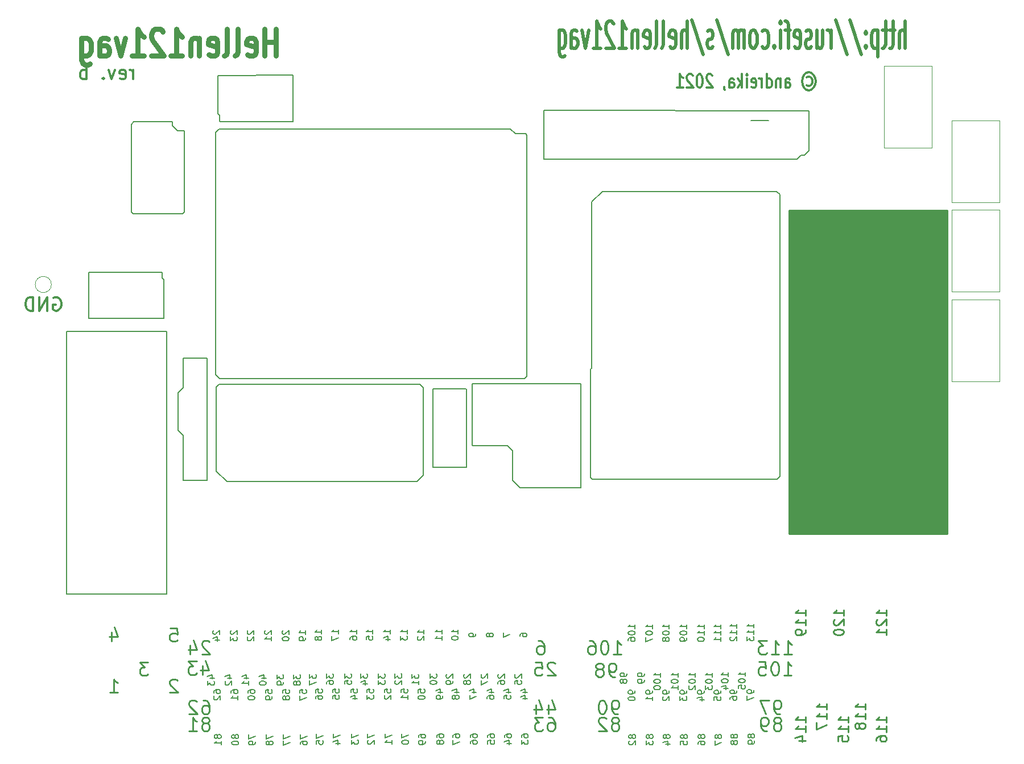
<source format=gbo>
G04 #@! TF.GenerationSoftware,KiCad,Pcbnew,(5.99.0-10483-ga6ad7a4a70)*
G04 #@! TF.CreationDate,2021-05-18T20:21:17+03:00*
G04 #@! TF.ProjectId,hellen121vag,68656c6c-656e-4313-9231-7661672e6b69,a*
G04 #@! TF.SameCoordinates,PX2b953a0PY6943058*
G04 #@! TF.FileFunction,Legend,Bot*
G04 #@! TF.FilePolarity,Positive*
%FSLAX46Y46*%
G04 Gerber Fmt 4.6, Leading zero omitted, Abs format (unit mm)*
G04 Created by KiCad (PCBNEW (5.99.0-10483-ga6ad7a4a70)) date 2021-05-18 20:21:17*
%MOMM*%
%LPD*%
G01*
G04 APERTURE LIST*
%ADD10C,0.381000*%
%ADD11C,0.250000*%
%ADD12C,0.200000*%
%ADD13C,0.300000*%
%ADD14C,0.750000*%
%ADD15C,0.304800*%
%ADD16C,0.500000*%
%ADD17C,0.120000*%
G04 APERTURE END LIST*
D10*
X124700000Y84000000D02*
X148100000Y84000000D01*
X148100000Y84000000D02*
X148100000Y36000000D01*
X148100000Y36000000D02*
X124700000Y36000000D01*
X124700000Y36000000D02*
X124700000Y84000000D01*
G36*
X124700000Y84000000D02*
G01*
X148100000Y84000000D01*
X148100000Y36000000D01*
X124700000Y36000000D01*
X124700000Y84000000D01*
G37*
D11*
X127063571Y23745000D02*
X127063571Y24602143D01*
X127063571Y24173572D02*
X125563571Y24173572D01*
X125777857Y24316429D01*
X125920714Y24459286D01*
X125992142Y24602143D01*
X127063571Y22316429D02*
X127063571Y23173572D01*
X127063571Y22745000D02*
X125563571Y22745000D01*
X125777857Y22887858D01*
X125920714Y23030715D01*
X125992142Y23173572D01*
X127063571Y21602143D02*
X127063571Y21316429D01*
X126992142Y21173572D01*
X126920714Y21102143D01*
X126706428Y20959286D01*
X126420714Y20887858D01*
X125849285Y20887858D01*
X125706428Y20959286D01*
X125635000Y21030715D01*
X125563571Y21173572D01*
X125563571Y21459286D01*
X125635000Y21602143D01*
X125706428Y21673572D01*
X125849285Y21745000D01*
X126206428Y21745000D01*
X126349285Y21673572D01*
X126420714Y21602143D01*
X126492142Y21459286D01*
X126492142Y21173572D01*
X126420714Y21030715D01*
X126349285Y20959286D01*
X126206428Y20887858D01*
X139128571Y23745000D02*
X139128571Y24602143D01*
X139128571Y24173572D02*
X137628571Y24173572D01*
X137842857Y24316429D01*
X137985714Y24459286D01*
X138057142Y24602143D01*
X137771428Y23173572D02*
X137700000Y23102143D01*
X137628571Y22959286D01*
X137628571Y22602143D01*
X137700000Y22459286D01*
X137771428Y22387858D01*
X137914285Y22316429D01*
X138057142Y22316429D01*
X138271428Y22387858D01*
X139128571Y23245000D01*
X139128571Y22316429D01*
X139128571Y20887858D02*
X139128571Y21745000D01*
X139128571Y21316429D02*
X137628571Y21316429D01*
X137842857Y21459286D01*
X137985714Y21602143D01*
X138057142Y21745000D01*
X139128571Y7870000D02*
X139128571Y8727143D01*
X139128571Y8298572D02*
X137628571Y8298572D01*
X137842857Y8441429D01*
X137985714Y8584286D01*
X138057142Y8727143D01*
X139128571Y6441429D02*
X139128571Y7298572D01*
X139128571Y6870000D02*
X137628571Y6870000D01*
X137842857Y7012858D01*
X137985714Y7155715D01*
X138057142Y7298572D01*
X137628571Y5155715D02*
X137628571Y5441429D01*
X137700000Y5584286D01*
X137771428Y5655715D01*
X137985714Y5798572D01*
X138271428Y5870000D01*
X138842857Y5870000D01*
X138985714Y5798572D01*
X139057142Y5727143D01*
X139128571Y5584286D01*
X139128571Y5298572D01*
X139057142Y5155715D01*
X138985714Y5084286D01*
X138842857Y5012858D01*
X138485714Y5012858D01*
X138342857Y5084286D01*
X138271428Y5155715D01*
X138200000Y5298572D01*
X138200000Y5584286D01*
X138271428Y5727143D01*
X138342857Y5798572D01*
X138485714Y5870000D01*
X133413571Y7870000D02*
X133413571Y8727143D01*
X133413571Y8298572D02*
X131913571Y8298572D01*
X132127857Y8441429D01*
X132270714Y8584286D01*
X132342142Y8727143D01*
X133413571Y6441429D02*
X133413571Y7298572D01*
X133413571Y6870000D02*
X131913571Y6870000D01*
X132127857Y7012858D01*
X132270714Y7155715D01*
X132342142Y7298572D01*
X131913571Y5084286D02*
X131913571Y5798572D01*
X132627857Y5870000D01*
X132556428Y5798572D01*
X132485000Y5655715D01*
X132485000Y5298572D01*
X132556428Y5155715D01*
X132627857Y5084286D01*
X132770714Y5012858D01*
X133127857Y5012858D01*
X133270714Y5084286D01*
X133342142Y5155715D01*
X133413571Y5298572D01*
X133413571Y5655715D01*
X133342142Y5798572D01*
X133270714Y5870000D01*
X135953571Y9775000D02*
X135953571Y10632143D01*
X135953571Y10203572D02*
X134453571Y10203572D01*
X134667857Y10346429D01*
X134810714Y10489286D01*
X134882142Y10632143D01*
X135953571Y8346429D02*
X135953571Y9203572D01*
X135953571Y8775000D02*
X134453571Y8775000D01*
X134667857Y8917858D01*
X134810714Y9060715D01*
X134882142Y9203572D01*
X135096428Y7489286D02*
X135025000Y7632143D01*
X134953571Y7703572D01*
X134810714Y7775000D01*
X134739285Y7775000D01*
X134596428Y7703572D01*
X134525000Y7632143D01*
X134453571Y7489286D01*
X134453571Y7203572D01*
X134525000Y7060715D01*
X134596428Y6989286D01*
X134739285Y6917858D01*
X134810714Y6917858D01*
X134953571Y6989286D01*
X135025000Y7060715D01*
X135096428Y7203572D01*
X135096428Y7489286D01*
X135167857Y7632143D01*
X135239285Y7703572D01*
X135382142Y7775000D01*
X135667857Y7775000D01*
X135810714Y7703572D01*
X135882142Y7632143D01*
X135953571Y7489286D01*
X135953571Y7203572D01*
X135882142Y7060715D01*
X135810714Y6989286D01*
X135667857Y6917858D01*
X135382142Y6917858D01*
X135239285Y6989286D01*
X135167857Y7060715D01*
X135096428Y7203572D01*
X132778571Y23745000D02*
X132778571Y24602143D01*
X132778571Y24173572D02*
X131278571Y24173572D01*
X131492857Y24316429D01*
X131635714Y24459286D01*
X131707142Y24602143D01*
X131421428Y23173572D02*
X131350000Y23102143D01*
X131278571Y22959286D01*
X131278571Y22602143D01*
X131350000Y22459286D01*
X131421428Y22387858D01*
X131564285Y22316429D01*
X131707142Y22316429D01*
X131921428Y22387858D01*
X132778571Y23245000D01*
X132778571Y22316429D01*
X131278571Y21387858D02*
X131278571Y21245000D01*
X131350000Y21102143D01*
X131421428Y21030715D01*
X131564285Y20959286D01*
X131850000Y20887858D01*
X132207142Y20887858D01*
X132492857Y20959286D01*
X132635714Y21030715D01*
X132707142Y21102143D01*
X132778571Y21245000D01*
X132778571Y21387858D01*
X132707142Y21530715D01*
X132635714Y21602143D01*
X132492857Y21673572D01*
X132207142Y21745000D01*
X131850000Y21745000D01*
X131564285Y21673572D01*
X131421428Y21602143D01*
X131350000Y21530715D01*
X131278571Y21387858D01*
X130238571Y9775000D02*
X130238571Y10632143D01*
X130238571Y10203572D02*
X128738571Y10203572D01*
X128952857Y10346429D01*
X129095714Y10489286D01*
X129167142Y10632143D01*
X130238571Y8346429D02*
X130238571Y9203572D01*
X130238571Y8775000D02*
X128738571Y8775000D01*
X128952857Y8917858D01*
X129095714Y9060715D01*
X129167142Y9203572D01*
X128738571Y7846429D02*
X128738571Y6846429D01*
X130238571Y7489286D01*
X127063571Y7870000D02*
X127063571Y8727143D01*
X127063571Y8298572D02*
X125563571Y8298572D01*
X125777857Y8441429D01*
X125920714Y8584286D01*
X125992142Y8727143D01*
X127063571Y6441429D02*
X127063571Y7298572D01*
X127063571Y6870000D02*
X125563571Y6870000D01*
X125777857Y7012858D01*
X125920714Y7155715D01*
X125992142Y7298572D01*
X126063571Y5155715D02*
X127063571Y5155715D01*
X125492142Y5512858D02*
X126563571Y5870000D01*
X126563571Y4941429D01*
X123082857Y7743096D02*
X123273333Y7838334D01*
X123368571Y7933572D01*
X123463809Y8124048D01*
X123463809Y8219286D01*
X123368571Y8409762D01*
X123273333Y8505000D01*
X123082857Y8600239D01*
X122701904Y8600239D01*
X122511428Y8505000D01*
X122416190Y8409762D01*
X122320952Y8219286D01*
X122320952Y8124048D01*
X122416190Y7933572D01*
X122511428Y7838334D01*
X122701904Y7743096D01*
X123082857Y7743096D01*
X123273333Y7647858D01*
X123368571Y7552620D01*
X123463809Y7362143D01*
X123463809Y6981191D01*
X123368571Y6790715D01*
X123273333Y6695477D01*
X123082857Y6600239D01*
X122701904Y6600239D01*
X122511428Y6695477D01*
X122416190Y6790715D01*
X122320952Y6981191D01*
X122320952Y7362143D01*
X122416190Y7552620D01*
X122511428Y7647858D01*
X122701904Y7743096D01*
X121368571Y6600239D02*
X120987619Y6600239D01*
X120797142Y6695477D01*
X120701904Y6790715D01*
X120511428Y7076429D01*
X120416190Y7457381D01*
X120416190Y8219286D01*
X120511428Y8409762D01*
X120606666Y8505000D01*
X120797142Y8600239D01*
X121178095Y8600239D01*
X121368571Y8505000D01*
X121463809Y8409762D01*
X121559047Y8219286D01*
X121559047Y7743096D01*
X121463809Y7552620D01*
X121368571Y7457381D01*
X121178095Y7362143D01*
X120797142Y7362143D01*
X120606666Y7457381D01*
X120511428Y7552620D01*
X120416190Y7743096D01*
X123273333Y9140239D02*
X122892380Y9140239D01*
X122701904Y9235477D01*
X122606666Y9330715D01*
X122416190Y9616429D01*
X122320952Y9997381D01*
X122320952Y10759286D01*
X122416190Y10949762D01*
X122511428Y11045000D01*
X122701904Y11140239D01*
X123082857Y11140239D01*
X123273333Y11045000D01*
X123368571Y10949762D01*
X123463809Y10759286D01*
X123463809Y10283096D01*
X123368571Y10092620D01*
X123273333Y9997381D01*
X123082857Y9902143D01*
X122701904Y9902143D01*
X122511428Y9997381D01*
X122416190Y10092620D01*
X122320952Y10283096D01*
X121654285Y11140239D02*
X120320952Y11140239D01*
X121178095Y9140239D01*
X123883333Y14870239D02*
X125026190Y14870239D01*
X124454761Y14870239D02*
X124454761Y16870239D01*
X124645238Y16584524D01*
X124835714Y16394048D01*
X125026190Y16298810D01*
X122645238Y16870239D02*
X122454761Y16870239D01*
X122264285Y16775000D01*
X122169047Y16679762D01*
X122073809Y16489286D01*
X121978571Y16108334D01*
X121978571Y15632143D01*
X122073809Y15251191D01*
X122169047Y15060715D01*
X122264285Y14965477D01*
X122454761Y14870239D01*
X122645238Y14870239D01*
X122835714Y14965477D01*
X122930952Y15060715D01*
X123026190Y15251191D01*
X123121428Y15632143D01*
X123121428Y16108334D01*
X123026190Y16489286D01*
X122930952Y16679762D01*
X122835714Y16775000D01*
X122645238Y16870239D01*
X120169047Y16870239D02*
X121121428Y16870239D01*
X121216666Y15917858D01*
X121121428Y16013096D01*
X120930952Y16108334D01*
X120454761Y16108334D01*
X120264285Y16013096D01*
X120169047Y15917858D01*
X120073809Y15727381D01*
X120073809Y15251191D01*
X120169047Y15060715D01*
X120264285Y14965477D01*
X120454761Y14870239D01*
X120930952Y14870239D01*
X121121428Y14965477D01*
X121216666Y15060715D01*
X123908333Y18030239D02*
X125051190Y18030239D01*
X124479761Y18030239D02*
X124479761Y20030239D01*
X124670238Y19744524D01*
X124860714Y19554048D01*
X125051190Y19458810D01*
X122003571Y18030239D02*
X123146428Y18030239D01*
X122575000Y18030239D02*
X122575000Y20030239D01*
X122765476Y19744524D01*
X122955952Y19554048D01*
X123146428Y19458810D01*
X121336904Y20030239D02*
X120098809Y20030239D01*
X120765476Y19268334D01*
X120479761Y19268334D01*
X120289285Y19173096D01*
X120194047Y19077858D01*
X120098809Y18887381D01*
X120098809Y18411191D01*
X120194047Y18220715D01*
X120289285Y18125477D01*
X120479761Y18030239D01*
X121051190Y18030239D01*
X121241666Y18125477D01*
X121336904Y18220715D01*
X98952857Y7743096D02*
X99143333Y7838334D01*
X99238571Y7933572D01*
X99333809Y8124048D01*
X99333809Y8219286D01*
X99238571Y8409762D01*
X99143333Y8505000D01*
X98952857Y8600239D01*
X98571904Y8600239D01*
X98381428Y8505000D01*
X98286190Y8409762D01*
X98190952Y8219286D01*
X98190952Y8124048D01*
X98286190Y7933572D01*
X98381428Y7838334D01*
X98571904Y7743096D01*
X98952857Y7743096D01*
X99143333Y7647858D01*
X99238571Y7552620D01*
X99333809Y7362143D01*
X99333809Y6981191D01*
X99238571Y6790715D01*
X99143333Y6695477D01*
X98952857Y6600239D01*
X98571904Y6600239D01*
X98381428Y6695477D01*
X98286190Y6790715D01*
X98190952Y6981191D01*
X98190952Y7362143D01*
X98286190Y7552620D01*
X98381428Y7647858D01*
X98571904Y7743096D01*
X97429047Y8409762D02*
X97333809Y8505000D01*
X97143333Y8600239D01*
X96667142Y8600239D01*
X96476666Y8505000D01*
X96381428Y8409762D01*
X96286190Y8219286D01*
X96286190Y8028810D01*
X96381428Y7743096D01*
X97524285Y6600239D01*
X96286190Y6600239D01*
X99143333Y9140239D02*
X98762380Y9140239D01*
X98571904Y9235477D01*
X98476666Y9330715D01*
X98286190Y9616429D01*
X98190952Y9997381D01*
X98190952Y10759286D01*
X98286190Y10949762D01*
X98381428Y11045000D01*
X98571904Y11140239D01*
X98952857Y11140239D01*
X99143333Y11045000D01*
X99238571Y10949762D01*
X99333809Y10759286D01*
X99333809Y10283096D01*
X99238571Y10092620D01*
X99143333Y9997381D01*
X98952857Y9902143D01*
X98571904Y9902143D01*
X98381428Y9997381D01*
X98286190Y10092620D01*
X98190952Y10283096D01*
X96952857Y11140239D02*
X96762380Y11140239D01*
X96571904Y11045000D01*
X96476666Y10949762D01*
X96381428Y10759286D01*
X96286190Y10378334D01*
X96286190Y9902143D01*
X96381428Y9521191D01*
X96476666Y9330715D01*
X96571904Y9235477D01*
X96762380Y9140239D01*
X96952857Y9140239D01*
X97143333Y9235477D01*
X97238571Y9330715D01*
X97333809Y9521191D01*
X97429047Y9902143D01*
X97429047Y10378334D01*
X97333809Y10759286D01*
X97238571Y10949762D01*
X97143333Y11045000D01*
X96952857Y11140239D01*
X98743333Y14655239D02*
X98362380Y14655239D01*
X98171904Y14750477D01*
X98076666Y14845715D01*
X97886190Y15131429D01*
X97790952Y15512381D01*
X97790952Y16274286D01*
X97886190Y16464762D01*
X97981428Y16560000D01*
X98171904Y16655239D01*
X98552857Y16655239D01*
X98743333Y16560000D01*
X98838571Y16464762D01*
X98933809Y16274286D01*
X98933809Y15798096D01*
X98838571Y15607620D01*
X98743333Y15512381D01*
X98552857Y15417143D01*
X98171904Y15417143D01*
X97981428Y15512381D01*
X97886190Y15607620D01*
X97790952Y15798096D01*
X96648095Y15798096D02*
X96838571Y15893334D01*
X96933809Y15988572D01*
X97029047Y16179048D01*
X97029047Y16274286D01*
X96933809Y16464762D01*
X96838571Y16560000D01*
X96648095Y16655239D01*
X96267142Y16655239D01*
X96076666Y16560000D01*
X95981428Y16464762D01*
X95886190Y16274286D01*
X95886190Y16179048D01*
X95981428Y15988572D01*
X96076666Y15893334D01*
X96267142Y15798096D01*
X96648095Y15798096D01*
X96838571Y15702858D01*
X96933809Y15607620D01*
X97029047Y15417143D01*
X97029047Y15036191D01*
X96933809Y14845715D01*
X96838571Y14750477D01*
X96648095Y14655239D01*
X96267142Y14655239D01*
X96076666Y14750477D01*
X95981428Y14845715D01*
X95886190Y15036191D01*
X95886190Y15417143D01*
X95981428Y15607620D01*
X96076666Y15702858D01*
X96267142Y15798096D01*
X98508333Y18030239D02*
X99651190Y18030239D01*
X99079761Y18030239D02*
X99079761Y20030239D01*
X99270238Y19744524D01*
X99460714Y19554048D01*
X99651190Y19458810D01*
X97270238Y20030239D02*
X97079761Y20030239D01*
X96889285Y19935000D01*
X96794047Y19839762D01*
X96698809Y19649286D01*
X96603571Y19268334D01*
X96603571Y18792143D01*
X96698809Y18411191D01*
X96794047Y18220715D01*
X96889285Y18125477D01*
X97079761Y18030239D01*
X97270238Y18030239D01*
X97460714Y18125477D01*
X97555952Y18220715D01*
X97651190Y18411191D01*
X97746428Y18792143D01*
X97746428Y19268334D01*
X97651190Y19649286D01*
X97555952Y19839762D01*
X97460714Y19935000D01*
X97270238Y20030239D01*
X94889285Y20030239D02*
X95270238Y20030239D01*
X95460714Y19935000D01*
X95555952Y19839762D01*
X95746428Y19554048D01*
X95841666Y19173096D01*
X95841666Y18411191D01*
X95746428Y18220715D01*
X95651190Y18125477D01*
X95460714Y18030239D01*
X95079761Y18030239D01*
X94889285Y18125477D01*
X94794047Y18220715D01*
X94698809Y18411191D01*
X94698809Y18887381D01*
X94794047Y19077858D01*
X94889285Y19173096D01*
X95079761Y19268334D01*
X95460714Y19268334D01*
X95651190Y19173096D01*
X95746428Y19077858D01*
X95841666Y18887381D01*
X88856428Y8600239D02*
X89237380Y8600239D01*
X89427857Y8505000D01*
X89523095Y8409762D01*
X89713571Y8124048D01*
X89808809Y7743096D01*
X89808809Y6981191D01*
X89713571Y6790715D01*
X89618333Y6695477D01*
X89427857Y6600239D01*
X89046904Y6600239D01*
X88856428Y6695477D01*
X88761190Y6790715D01*
X88665952Y6981191D01*
X88665952Y7457381D01*
X88761190Y7647858D01*
X88856428Y7743096D01*
X89046904Y7838334D01*
X89427857Y7838334D01*
X89618333Y7743096D01*
X89713571Y7647858D01*
X89808809Y7457381D01*
X87999285Y8600239D02*
X86761190Y8600239D01*
X87427857Y7838334D01*
X87142142Y7838334D01*
X86951666Y7743096D01*
X86856428Y7647858D01*
X86761190Y7457381D01*
X86761190Y6981191D01*
X86856428Y6790715D01*
X86951666Y6695477D01*
X87142142Y6600239D01*
X87713571Y6600239D01*
X87904047Y6695477D01*
X87999285Y6790715D01*
X88856428Y10473572D02*
X88856428Y9140239D01*
X89332619Y11235477D02*
X89808809Y9806905D01*
X88570714Y9806905D01*
X86951666Y10473572D02*
X86951666Y9140239D01*
X87427857Y11235477D02*
X87904047Y9806905D01*
X86665952Y9806905D01*
X89808809Y16664762D02*
X89713571Y16760000D01*
X89523095Y16855239D01*
X89046904Y16855239D01*
X88856428Y16760000D01*
X88761190Y16664762D01*
X88665952Y16474286D01*
X88665952Y16283810D01*
X88761190Y15998096D01*
X89904047Y14855239D01*
X88665952Y14855239D01*
X86856428Y16855239D02*
X87808809Y16855239D01*
X87904047Y15902858D01*
X87808809Y15998096D01*
X87618333Y16093334D01*
X87142142Y16093334D01*
X86951666Y15998096D01*
X86856428Y15902858D01*
X86761190Y15712381D01*
X86761190Y15236191D01*
X86856428Y15045715D01*
X86951666Y14950477D01*
X87142142Y14855239D01*
X87618333Y14855239D01*
X87808809Y14950477D01*
X87904047Y15045715D01*
X87269047Y20030239D02*
X87650000Y20030239D01*
X87840476Y19935000D01*
X87935714Y19839762D01*
X88126190Y19554048D01*
X88221428Y19173096D01*
X88221428Y18411191D01*
X88126190Y18220715D01*
X88030952Y18125477D01*
X87840476Y18030239D01*
X87459523Y18030239D01*
X87269047Y18125477D01*
X87173809Y18220715D01*
X87078571Y18411191D01*
X87078571Y18887381D01*
X87173809Y19077858D01*
X87269047Y19173096D01*
X87459523Y19268334D01*
X87840476Y19268334D01*
X88030952Y19173096D01*
X88126190Y19077858D01*
X88221428Y18887381D01*
X32563809Y21935239D02*
X33516190Y21935239D01*
X33611428Y20982858D01*
X33516190Y21078096D01*
X33325714Y21173334D01*
X32849523Y21173334D01*
X32659047Y21078096D01*
X32563809Y20982858D01*
X32468571Y20792381D01*
X32468571Y20316191D01*
X32563809Y20125715D01*
X32659047Y20030477D01*
X32849523Y19935239D01*
X33325714Y19935239D01*
X33516190Y20030477D01*
X33611428Y20125715D01*
X23769047Y21268572D02*
X23769047Y19935239D01*
X24245238Y22030477D02*
X24721428Y20601905D01*
X23483333Y20601905D01*
X29261666Y16855239D02*
X28023571Y16855239D01*
X28690238Y16093334D01*
X28404523Y16093334D01*
X28214047Y15998096D01*
X28118809Y15902858D01*
X28023571Y15712381D01*
X28023571Y15236191D01*
X28118809Y15045715D01*
X28214047Y14950477D01*
X28404523Y14855239D01*
X28975952Y14855239D01*
X29166428Y14950477D01*
X29261666Y15045715D01*
X33611428Y14124762D02*
X33516190Y14220000D01*
X33325714Y14315239D01*
X32849523Y14315239D01*
X32659047Y14220000D01*
X32563809Y14124762D01*
X32468571Y13934286D01*
X32468571Y13743810D01*
X32563809Y13458096D01*
X33706666Y12315239D01*
X32468571Y12315239D01*
X23578571Y12315239D02*
X24721428Y12315239D01*
X24150000Y12315239D02*
X24150000Y14315239D01*
X24340476Y14029524D01*
X24530952Y13839048D01*
X24721428Y13743810D01*
X37992857Y7743096D02*
X38183333Y7838334D01*
X38278571Y7933572D01*
X38373809Y8124048D01*
X38373809Y8219286D01*
X38278571Y8409762D01*
X38183333Y8505000D01*
X37992857Y8600239D01*
X37611904Y8600239D01*
X37421428Y8505000D01*
X37326190Y8409762D01*
X37230952Y8219286D01*
X37230952Y8124048D01*
X37326190Y7933572D01*
X37421428Y7838334D01*
X37611904Y7743096D01*
X37992857Y7743096D01*
X38183333Y7647858D01*
X38278571Y7552620D01*
X38373809Y7362143D01*
X38373809Y6981191D01*
X38278571Y6790715D01*
X38183333Y6695477D01*
X37992857Y6600239D01*
X37611904Y6600239D01*
X37421428Y6695477D01*
X37326190Y6790715D01*
X37230952Y6981191D01*
X37230952Y7362143D01*
X37326190Y7552620D01*
X37421428Y7647858D01*
X37611904Y7743096D01*
X35326190Y6600239D02*
X36469047Y6600239D01*
X35897619Y6600239D02*
X35897619Y8600239D01*
X36088095Y8314524D01*
X36278571Y8124048D01*
X36469047Y8028810D01*
X37421428Y11140239D02*
X37802380Y11140239D01*
X37992857Y11045000D01*
X38088095Y10949762D01*
X38278571Y10664048D01*
X38373809Y10283096D01*
X38373809Y9521191D01*
X38278571Y9330715D01*
X38183333Y9235477D01*
X37992857Y9140239D01*
X37611904Y9140239D01*
X37421428Y9235477D01*
X37326190Y9330715D01*
X37230952Y9521191D01*
X37230952Y9997381D01*
X37326190Y10187858D01*
X37421428Y10283096D01*
X37611904Y10378334D01*
X37992857Y10378334D01*
X38183333Y10283096D01*
X38278571Y10187858D01*
X38373809Y9997381D01*
X36469047Y10949762D02*
X36373809Y11045000D01*
X36183333Y11140239D01*
X35707142Y11140239D01*
X35516666Y11045000D01*
X35421428Y10949762D01*
X35326190Y10759286D01*
X35326190Y10568810D01*
X35421428Y10283096D01*
X36564285Y9140239D01*
X35326190Y9140239D01*
X37333428Y16307572D02*
X37333428Y14974239D01*
X37809619Y17069477D02*
X38285809Y15640905D01*
X37047714Y15640905D01*
X36476285Y16974239D02*
X35238190Y16974239D01*
X35904857Y16212334D01*
X35619142Y16212334D01*
X35428666Y16117096D01*
X35333428Y16021858D01*
X35238190Y15831381D01*
X35238190Y15355191D01*
X35333428Y15164715D01*
X35428666Y15069477D01*
X35619142Y14974239D01*
X36190571Y14974239D01*
X36381047Y15069477D01*
X36476285Y15164715D01*
X38373809Y19839762D02*
X38278571Y19935000D01*
X38088095Y20030239D01*
X37611904Y20030239D01*
X37421428Y19935000D01*
X37326190Y19839762D01*
X37230952Y19649286D01*
X37230952Y19458810D01*
X37326190Y19173096D01*
X38469047Y18030239D01*
X37230952Y18030239D01*
X35516666Y19363572D02*
X35516666Y18030239D01*
X35992857Y20125477D02*
X36469047Y18696905D01*
X35230952Y18696905D01*
D12*
X53282380Y15049524D02*
X53282380Y14430477D01*
X53663333Y14763810D01*
X53663333Y14620953D01*
X53710952Y14525715D01*
X53758571Y14478096D01*
X53853809Y14430477D01*
X54091904Y14430477D01*
X54187142Y14478096D01*
X54234761Y14525715D01*
X54282380Y14620953D01*
X54282380Y14906667D01*
X54234761Y15001905D01*
X54187142Y15049524D01*
X53282380Y14097143D02*
X53282380Y13430477D01*
X54282380Y13859048D01*
X52714380Y20969477D02*
X52714380Y21540905D01*
X52714380Y21255191D02*
X51714380Y21255191D01*
X51857238Y21350429D01*
X51952476Y21445667D01*
X52000095Y21540905D01*
X52714380Y20493286D02*
X52714380Y20302810D01*
X52666761Y20207572D01*
X52619142Y20159953D01*
X52476285Y20064715D01*
X52285809Y20017096D01*
X51904857Y20017096D01*
X51809619Y20064715D01*
X51762000Y20112334D01*
X51714380Y20207572D01*
X51714380Y20398048D01*
X51762000Y20493286D01*
X51809619Y20540905D01*
X51904857Y20588524D01*
X52142952Y20588524D01*
X52238190Y20540905D01*
X52285809Y20493286D01*
X52333428Y20398048D01*
X52333428Y20207572D01*
X52285809Y20112334D01*
X52238190Y20064715D01*
X52142952Y20017096D01*
X115582380Y14706667D02*
X115582380Y15278096D01*
X115582380Y14992381D02*
X114582380Y14992381D01*
X114725238Y15087620D01*
X114820476Y15182858D01*
X114868095Y15278096D01*
X114582380Y14087620D02*
X114582380Y13992381D01*
X114630000Y13897143D01*
X114677619Y13849524D01*
X114772857Y13801905D01*
X114963333Y13754286D01*
X115201428Y13754286D01*
X115391904Y13801905D01*
X115487142Y13849524D01*
X115534761Y13897143D01*
X115582380Y13992381D01*
X115582380Y14087620D01*
X115534761Y14182858D01*
X115487142Y14230477D01*
X115391904Y14278096D01*
X115201428Y14325715D01*
X114963333Y14325715D01*
X114772857Y14278096D01*
X114677619Y14230477D01*
X114630000Y14182858D01*
X114582380Y14087620D01*
X114915714Y12897143D02*
X115582380Y12897143D01*
X114534761Y13135239D02*
X115249047Y13373334D01*
X115249047Y12754286D01*
X43547714Y14464715D02*
X44214380Y14464715D01*
X43166761Y14702810D02*
X43881047Y14940905D01*
X43881047Y14321858D01*
X44214380Y13417096D02*
X44214380Y13988524D01*
X44214380Y13702810D02*
X43214380Y13702810D01*
X43357238Y13798048D01*
X43452476Y13893286D01*
X43500095Y13988524D01*
X106814380Y21845667D02*
X106814380Y22417096D01*
X106814380Y22131381D02*
X105814380Y22131381D01*
X105957238Y22226620D01*
X106052476Y22321858D01*
X106100095Y22417096D01*
X105814380Y21226620D02*
X105814380Y21131381D01*
X105862000Y21036143D01*
X105909619Y20988524D01*
X106004857Y20940905D01*
X106195333Y20893286D01*
X106433428Y20893286D01*
X106623904Y20940905D01*
X106719142Y20988524D01*
X106766761Y21036143D01*
X106814380Y21131381D01*
X106814380Y21226620D01*
X106766761Y21321858D01*
X106719142Y21369477D01*
X106623904Y21417096D01*
X106433428Y21464715D01*
X106195333Y21464715D01*
X106004857Y21417096D01*
X105909619Y21369477D01*
X105862000Y21321858D01*
X105814380Y21226620D01*
X106242952Y20321858D02*
X106195333Y20417096D01*
X106147714Y20464715D01*
X106052476Y20512334D01*
X106004857Y20512334D01*
X105909619Y20464715D01*
X105862000Y20417096D01*
X105814380Y20321858D01*
X105814380Y20131381D01*
X105862000Y20036143D01*
X105909619Y19988524D01*
X106004857Y19940905D01*
X106052476Y19940905D01*
X106147714Y19988524D01*
X106195333Y20036143D01*
X106242952Y20131381D01*
X106242952Y20321858D01*
X106290571Y20417096D01*
X106338190Y20464715D01*
X106433428Y20512334D01*
X106623904Y20512334D01*
X106719142Y20464715D01*
X106766761Y20417096D01*
X106814380Y20321858D01*
X106814380Y20131381D01*
X106766761Y20036143D01*
X106719142Y19988524D01*
X106623904Y19940905D01*
X106433428Y19940905D01*
X106338190Y19988524D01*
X106290571Y20036143D01*
X106242952Y20131381D01*
D13*
X27066761Y103674239D02*
X27066761Y105007572D01*
X27066761Y104626620D02*
X26971523Y104817096D01*
X26876285Y104912334D01*
X26685809Y105007572D01*
X26495333Y105007572D01*
X25066761Y103769477D02*
X25257238Y103674239D01*
X25638190Y103674239D01*
X25828666Y103769477D01*
X25923904Y103959953D01*
X25923904Y104721858D01*
X25828666Y104912334D01*
X25638190Y105007572D01*
X25257238Y105007572D01*
X25066761Y104912334D01*
X24971523Y104721858D01*
X24971523Y104531381D01*
X25923904Y104340905D01*
X24304857Y105007572D02*
X23828666Y103674239D01*
X23352476Y105007572D01*
X22590571Y103864715D02*
X22495333Y103769477D01*
X22590571Y103674239D01*
X22685809Y103769477D01*
X22590571Y103864715D01*
X22590571Y103674239D01*
X20114380Y103674239D02*
X20114380Y105674239D01*
X20114380Y104912334D02*
X19923904Y105007572D01*
X19542952Y105007572D01*
X19352476Y104912334D01*
X19257238Y104817096D01*
X19162000Y104626620D01*
X19162000Y104055191D01*
X19257238Y103864715D01*
X19352476Y103769477D01*
X19542952Y103674239D01*
X19923904Y103674239D01*
X20114380Y103769477D01*
D12*
X116410952Y5911429D02*
X116363333Y6006667D01*
X116315714Y6054286D01*
X116220476Y6101905D01*
X116172857Y6101905D01*
X116077619Y6054286D01*
X116030000Y6006667D01*
X115982380Y5911429D01*
X115982380Y5720953D01*
X116030000Y5625715D01*
X116077619Y5578096D01*
X116172857Y5530477D01*
X116220476Y5530477D01*
X116315714Y5578096D01*
X116363333Y5625715D01*
X116410952Y5720953D01*
X116410952Y5911429D01*
X116458571Y6006667D01*
X116506190Y6054286D01*
X116601428Y6101905D01*
X116791904Y6101905D01*
X116887142Y6054286D01*
X116934761Y6006667D01*
X116982380Y5911429D01*
X116982380Y5720953D01*
X116934761Y5625715D01*
X116887142Y5578096D01*
X116791904Y5530477D01*
X116601428Y5530477D01*
X116506190Y5578096D01*
X116458571Y5625715D01*
X116410952Y5720953D01*
X116410952Y4959048D02*
X116363333Y5054286D01*
X116315714Y5101905D01*
X116220476Y5149524D01*
X116172857Y5149524D01*
X116077619Y5101905D01*
X116030000Y5054286D01*
X115982380Y4959048D01*
X115982380Y4768572D01*
X116030000Y4673334D01*
X116077619Y4625715D01*
X116172857Y4578096D01*
X116220476Y4578096D01*
X116315714Y4625715D01*
X116363333Y4673334D01*
X116410952Y4768572D01*
X116410952Y4959048D01*
X116458571Y5054286D01*
X116506190Y5101905D01*
X116601428Y5149524D01*
X116791904Y5149524D01*
X116887142Y5101905D01*
X116934761Y5054286D01*
X116982380Y4959048D01*
X116982380Y4768572D01*
X116934761Y4673334D01*
X116887142Y4625715D01*
X116791904Y4578096D01*
X116601428Y4578096D01*
X116506190Y4625715D01*
X116458571Y4673334D01*
X116410952Y4768572D01*
X44109619Y21540905D02*
X44062000Y21493286D01*
X44014380Y21398048D01*
X44014380Y21159953D01*
X44062000Y21064715D01*
X44109619Y21017096D01*
X44204857Y20969477D01*
X44300095Y20969477D01*
X44442952Y21017096D01*
X45014380Y21588524D01*
X45014380Y20969477D01*
X44109619Y20588524D02*
X44062000Y20540905D01*
X44014380Y20445667D01*
X44014380Y20207572D01*
X44062000Y20112334D01*
X44109619Y20064715D01*
X44204857Y20017096D01*
X44300095Y20017096D01*
X44442952Y20064715D01*
X45014380Y20636143D01*
X45014380Y20017096D01*
X59414380Y12317096D02*
X59414380Y12793286D01*
X59890571Y12840905D01*
X59842952Y12793286D01*
X59795333Y12698048D01*
X59795333Y12459953D01*
X59842952Y12364715D01*
X59890571Y12317096D01*
X59985809Y12269477D01*
X60223904Y12269477D01*
X60319142Y12317096D01*
X60366761Y12364715D01*
X60414380Y12459953D01*
X60414380Y12698048D01*
X60366761Y12793286D01*
X60319142Y12840905D01*
X59747714Y11412334D02*
X60414380Y11412334D01*
X59366761Y11650429D02*
X60081047Y11888524D01*
X60081047Y11269477D01*
X101714380Y12545667D02*
X101714380Y12355191D01*
X101666761Y12259953D01*
X101619142Y12212334D01*
X101476285Y12117096D01*
X101285809Y12069477D01*
X100904857Y12069477D01*
X100809619Y12117096D01*
X100762000Y12164715D01*
X100714380Y12259953D01*
X100714380Y12450429D01*
X100762000Y12545667D01*
X100809619Y12593286D01*
X100904857Y12640905D01*
X101142952Y12640905D01*
X101238190Y12593286D01*
X101285809Y12545667D01*
X101333428Y12450429D01*
X101333428Y12259953D01*
X101285809Y12164715D01*
X101238190Y12117096D01*
X101142952Y12069477D01*
X100714380Y11450429D02*
X100714380Y11355191D01*
X100762000Y11259953D01*
X100809619Y11212334D01*
X100904857Y11164715D01*
X101095333Y11117096D01*
X101333428Y11117096D01*
X101523904Y11164715D01*
X101619142Y11212334D01*
X101666761Y11259953D01*
X101714380Y11355191D01*
X101714380Y11450429D01*
X101666761Y11545667D01*
X101619142Y11593286D01*
X101523904Y11640905D01*
X101333428Y11688524D01*
X101095333Y11688524D01*
X100904857Y11640905D01*
X100809619Y11593286D01*
X100762000Y11545667D01*
X100714380Y11450429D01*
X74847714Y12364715D02*
X75514380Y12364715D01*
X74466761Y12602810D02*
X75181047Y12840905D01*
X75181047Y12221858D01*
X74942952Y11698048D02*
X74895333Y11793286D01*
X74847714Y11840905D01*
X74752476Y11888524D01*
X74704857Y11888524D01*
X74609619Y11840905D01*
X74562000Y11793286D01*
X74514380Y11698048D01*
X74514380Y11507572D01*
X74562000Y11412334D01*
X74609619Y11364715D01*
X74704857Y11317096D01*
X74752476Y11317096D01*
X74847714Y11364715D01*
X74895333Y11412334D01*
X74942952Y11507572D01*
X74942952Y11698048D01*
X74990571Y11793286D01*
X75038190Y11840905D01*
X75133428Y11888524D01*
X75323904Y11888524D01*
X75419142Y11840905D01*
X75466761Y11793286D01*
X75514380Y11698048D01*
X75514380Y11507572D01*
X75466761Y11412334D01*
X75419142Y11364715D01*
X75323904Y11317096D01*
X75133428Y11317096D01*
X75038190Y11364715D01*
X74990571Y11412334D01*
X74942952Y11507572D01*
X112014380Y12545667D02*
X112014380Y12355191D01*
X111966761Y12259953D01*
X111919142Y12212334D01*
X111776285Y12117096D01*
X111585809Y12069477D01*
X111204857Y12069477D01*
X111109619Y12117096D01*
X111062000Y12164715D01*
X111014380Y12259953D01*
X111014380Y12450429D01*
X111062000Y12545667D01*
X111109619Y12593286D01*
X111204857Y12640905D01*
X111442952Y12640905D01*
X111538190Y12593286D01*
X111585809Y12545667D01*
X111633428Y12450429D01*
X111633428Y12259953D01*
X111585809Y12164715D01*
X111538190Y12117096D01*
X111442952Y12069477D01*
X111347714Y11212334D02*
X112014380Y11212334D01*
X110966761Y11450429D02*
X111681047Y11688524D01*
X111681047Y11069477D01*
D14*
X48312000Y107119477D02*
X48312000Y111119476D01*
X48312000Y109214715D02*
X46597714Y109214715D01*
X46597714Y107119477D02*
X46597714Y111119476D01*
X44026285Y107309953D02*
X44312000Y107119477D01*
X44883428Y107119477D01*
X45169142Y107309953D01*
X45312000Y107690905D01*
X45312000Y109214715D01*
X45169142Y109595667D01*
X44883428Y109786143D01*
X44312000Y109786143D01*
X44026285Y109595667D01*
X43883428Y109214715D01*
X43883428Y108833762D01*
X45312000Y108452810D01*
X42169142Y107119477D02*
X42454857Y107309953D01*
X42597714Y107690905D01*
X42597714Y111119476D01*
X40597714Y107119477D02*
X40883428Y107309953D01*
X41026285Y107690905D01*
X41026285Y111119476D01*
X38312000Y107309953D02*
X38597714Y107119477D01*
X39169142Y107119477D01*
X39454857Y107309953D01*
X39597714Y107690905D01*
X39597714Y109214715D01*
X39454857Y109595667D01*
X39169142Y109786143D01*
X38597714Y109786143D01*
X38312000Y109595667D01*
X38169142Y109214715D01*
X38169142Y108833762D01*
X39597714Y108452810D01*
X36883428Y109786143D02*
X36883428Y107119477D01*
X36883428Y109405191D02*
X36740571Y109595667D01*
X36454857Y109786143D01*
X36026285Y109786143D01*
X35740571Y109595667D01*
X35597714Y109214715D01*
X35597714Y107119477D01*
X32597714Y107119477D02*
X34312000Y107119477D01*
X33454857Y107119477D02*
X33454857Y111119476D01*
X33740571Y110548047D01*
X34026285Y110167096D01*
X34312000Y109976620D01*
X31454857Y110738523D02*
X31312000Y110929000D01*
X31026285Y111119476D01*
X30312000Y111119476D01*
X30026285Y110929000D01*
X29883428Y110738523D01*
X29740571Y110357572D01*
X29740571Y109976620D01*
X29883428Y109405191D01*
X31597714Y107119477D01*
X29740571Y107119477D01*
X26883428Y107119477D02*
X28597714Y107119477D01*
X27740571Y107119477D02*
X27740571Y111119476D01*
X28026285Y110548047D01*
X28312000Y110167096D01*
X28597714Y109976620D01*
X25883428Y109786143D02*
X25169142Y107119477D01*
X24454857Y109786143D01*
X22026285Y107119477D02*
X22026285Y109214715D01*
X22169142Y109595667D01*
X22454857Y109786143D01*
X23026285Y109786143D01*
X23312000Y109595667D01*
X22026285Y107309953D02*
X22312000Y107119477D01*
X23026285Y107119477D01*
X23312000Y107309953D01*
X23454857Y107690905D01*
X23454857Y108071858D01*
X23312000Y108452810D01*
X23026285Y108643286D01*
X22312000Y108643286D01*
X22026285Y108833762D01*
X19312000Y109786143D02*
X19312000Y106548048D01*
X19454857Y106167096D01*
X19597714Y105976620D01*
X19883428Y105786143D01*
X20312000Y105786143D01*
X20597714Y105976620D01*
X19312000Y107309953D02*
X19597714Y107119477D01*
X20169142Y107119477D01*
X20454857Y107309953D01*
X20597714Y107500429D01*
X20740571Y107881381D01*
X20740571Y109024239D01*
X20597714Y109405191D01*
X20454857Y109595667D01*
X20169142Y109786143D01*
X19597714Y109786143D01*
X19312000Y109595667D01*
D13*
X15185809Y71079000D02*
X15376285Y71174239D01*
X15662000Y71174239D01*
X15947714Y71079000D01*
X16138190Y70888524D01*
X16233428Y70698048D01*
X16328666Y70317096D01*
X16328666Y70031381D01*
X16233428Y69650429D01*
X16138190Y69459953D01*
X15947714Y69269477D01*
X15662000Y69174239D01*
X15471523Y69174239D01*
X15185809Y69269477D01*
X15090571Y69364715D01*
X15090571Y70031381D01*
X15471523Y70031381D01*
X14233428Y69174239D02*
X14233428Y71174239D01*
X13090571Y69174239D01*
X13090571Y71174239D01*
X12138190Y69174239D02*
X12138190Y71174239D01*
X11662000Y71174239D01*
X11376285Y71079000D01*
X11185809Y70888524D01*
X11090571Y70698048D01*
X10995333Y70317096D01*
X10995333Y70031381D01*
X11090571Y69650429D01*
X11185809Y69459953D01*
X11376285Y69269477D01*
X11662000Y69174239D01*
X12138190Y69174239D01*
D12*
X75414380Y21069477D02*
X75414380Y21640905D01*
X75414380Y21355191D02*
X74414380Y21355191D01*
X74557238Y21450429D01*
X74652476Y21545667D01*
X74700095Y21640905D01*
X74414380Y20450429D02*
X74414380Y20355191D01*
X74462000Y20259953D01*
X74509619Y20212334D01*
X74604857Y20164715D01*
X74795333Y20117096D01*
X75033428Y20117096D01*
X75223904Y20164715D01*
X75319142Y20212334D01*
X75366761Y20259953D01*
X75414380Y20355191D01*
X75414380Y20450429D01*
X75366761Y20545667D01*
X75319142Y20593286D01*
X75223904Y20640905D01*
X75033428Y20688524D01*
X74795333Y20688524D01*
X74604857Y20640905D01*
X74509619Y20593286D01*
X74462000Y20545667D01*
X74414380Y20450429D01*
X38447714Y14464715D02*
X39114380Y14464715D01*
X38066761Y14702810D02*
X38781047Y14940905D01*
X38781047Y14321858D01*
X38114380Y14036143D02*
X38114380Y13417096D01*
X38495333Y13750429D01*
X38495333Y13607572D01*
X38542952Y13512334D01*
X38590571Y13464715D01*
X38685809Y13417096D01*
X38923904Y13417096D01*
X39019142Y13464715D01*
X39066761Y13512334D01*
X39114380Y13607572D01*
X39114380Y13893286D01*
X39066761Y13988524D01*
X39019142Y14036143D01*
X82114380Y21212334D02*
X82114380Y20545667D01*
X83114380Y20974239D01*
X46714380Y12217096D02*
X46714380Y12693286D01*
X47190571Y12740905D01*
X47142952Y12693286D01*
X47095333Y12598048D01*
X47095333Y12359953D01*
X47142952Y12264715D01*
X47190571Y12217096D01*
X47285809Y12169477D01*
X47523904Y12169477D01*
X47619142Y12217096D01*
X47666761Y12264715D01*
X47714380Y12359953D01*
X47714380Y12598048D01*
X47666761Y12693286D01*
X47619142Y12740905D01*
X47714380Y11693286D02*
X47714380Y11502810D01*
X47666761Y11407572D01*
X47619142Y11359953D01*
X47476285Y11264715D01*
X47285809Y11217096D01*
X46904857Y11217096D01*
X46809619Y11264715D01*
X46762000Y11312334D01*
X46714380Y11407572D01*
X46714380Y11598048D01*
X46762000Y11693286D01*
X46809619Y11740905D01*
X46904857Y11788524D01*
X47142952Y11788524D01*
X47238190Y11740905D01*
X47285809Y11693286D01*
X47333428Y11598048D01*
X47333428Y11407572D01*
X47285809Y11312334D01*
X47238190Y11264715D01*
X47142952Y11217096D01*
X57614380Y21069477D02*
X57614380Y21640905D01*
X57614380Y21355191D02*
X56614380Y21355191D01*
X56757238Y21450429D01*
X56852476Y21545667D01*
X56900095Y21640905D01*
X56614380Y20736143D02*
X56614380Y20069477D01*
X57614380Y20498048D01*
X72447714Y12364715D02*
X73114380Y12364715D01*
X72066761Y12602810D02*
X72781047Y12840905D01*
X72781047Y12221858D01*
X73114380Y11793286D02*
X73114380Y11602810D01*
X73066761Y11507572D01*
X73019142Y11459953D01*
X72876285Y11364715D01*
X72685809Y11317096D01*
X72304857Y11317096D01*
X72209619Y11364715D01*
X72162000Y11412334D01*
X72114380Y11507572D01*
X72114380Y11698048D01*
X72162000Y11793286D01*
X72209619Y11840905D01*
X72304857Y11888524D01*
X72542952Y11888524D01*
X72638190Y11840905D01*
X72685809Y11793286D01*
X72733428Y11698048D01*
X72733428Y11507572D01*
X72685809Y11412334D01*
X72638190Y11364715D01*
X72542952Y11317096D01*
X62714380Y21069477D02*
X62714380Y21640905D01*
X62714380Y21355191D02*
X61714380Y21355191D01*
X61857238Y21450429D01*
X61952476Y21545667D01*
X62000095Y21640905D01*
X61714380Y20164715D02*
X61714380Y20640905D01*
X62190571Y20688524D01*
X62142952Y20640905D01*
X62095333Y20545667D01*
X62095333Y20307572D01*
X62142952Y20212334D01*
X62190571Y20164715D01*
X62285809Y20117096D01*
X62523904Y20117096D01*
X62619142Y20164715D01*
X62666761Y20212334D01*
X62714380Y20307572D01*
X62714380Y20545667D01*
X62666761Y20640905D01*
X62619142Y20688524D01*
X116882380Y12606667D02*
X116882380Y12416191D01*
X116834761Y12320953D01*
X116787142Y12273334D01*
X116644285Y12178096D01*
X116453809Y12130477D01*
X116072857Y12130477D01*
X115977619Y12178096D01*
X115930000Y12225715D01*
X115882380Y12320953D01*
X115882380Y12511429D01*
X115930000Y12606667D01*
X115977619Y12654286D01*
X116072857Y12701905D01*
X116310952Y12701905D01*
X116406190Y12654286D01*
X116453809Y12606667D01*
X116501428Y12511429D01*
X116501428Y12320953D01*
X116453809Y12225715D01*
X116406190Y12178096D01*
X116310952Y12130477D01*
X115882380Y11273334D02*
X115882380Y11463810D01*
X115930000Y11559048D01*
X115977619Y11606667D01*
X116120476Y11701905D01*
X116310952Y11749524D01*
X116691904Y11749524D01*
X116787142Y11701905D01*
X116834761Y11654286D01*
X116882380Y11559048D01*
X116882380Y11368572D01*
X116834761Y11273334D01*
X116787142Y11225715D01*
X116691904Y11178096D01*
X116453809Y11178096D01*
X116358571Y11225715D01*
X116310952Y11273334D01*
X116263333Y11368572D01*
X116263333Y11559048D01*
X116310952Y11654286D01*
X116358571Y11701905D01*
X116453809Y11749524D01*
X76309619Y15040905D02*
X76262000Y14993286D01*
X76214380Y14898048D01*
X76214380Y14659953D01*
X76262000Y14564715D01*
X76309619Y14517096D01*
X76404857Y14469477D01*
X76500095Y14469477D01*
X76642952Y14517096D01*
X77214380Y15088524D01*
X77214380Y14469477D01*
X76642952Y13898048D02*
X76595333Y13993286D01*
X76547714Y14040905D01*
X76452476Y14088524D01*
X76404857Y14088524D01*
X76309619Y14040905D01*
X76262000Y13993286D01*
X76214380Y13898048D01*
X76214380Y13707572D01*
X76262000Y13612334D01*
X76309619Y13564715D01*
X76404857Y13517096D01*
X76452476Y13517096D01*
X76547714Y13564715D01*
X76595333Y13612334D01*
X76642952Y13707572D01*
X76642952Y13898048D01*
X76690571Y13993286D01*
X76738190Y14040905D01*
X76833428Y14088524D01*
X77023904Y14088524D01*
X77119142Y14040905D01*
X77166761Y13993286D01*
X77214380Y13898048D01*
X77214380Y13707572D01*
X77166761Y13612334D01*
X77119142Y13564715D01*
X77023904Y13517096D01*
X76833428Y13517096D01*
X76738190Y13564715D01*
X76690571Y13612334D01*
X76642952Y13707572D01*
X50914380Y14988524D02*
X50914380Y14369477D01*
X51295333Y14702810D01*
X51295333Y14559953D01*
X51342952Y14464715D01*
X51390571Y14417096D01*
X51485809Y14369477D01*
X51723904Y14369477D01*
X51819142Y14417096D01*
X51866761Y14464715D01*
X51914380Y14559953D01*
X51914380Y14845667D01*
X51866761Y14940905D01*
X51819142Y14988524D01*
X51342952Y13798048D02*
X51295333Y13893286D01*
X51247714Y13940905D01*
X51152476Y13988524D01*
X51104857Y13988524D01*
X51009619Y13940905D01*
X50962000Y13893286D01*
X50914380Y13798048D01*
X50914380Y13607572D01*
X50962000Y13512334D01*
X51009619Y13464715D01*
X51104857Y13417096D01*
X51152476Y13417096D01*
X51247714Y13464715D01*
X51295333Y13512334D01*
X51342952Y13607572D01*
X51342952Y13798048D01*
X51390571Y13893286D01*
X51438190Y13940905D01*
X51533428Y13988524D01*
X51723904Y13988524D01*
X51819142Y13940905D01*
X51866761Y13893286D01*
X51914380Y13798048D01*
X51914380Y13607572D01*
X51866761Y13512334D01*
X51819142Y13464715D01*
X51723904Y13417096D01*
X51533428Y13417096D01*
X51438190Y13464715D01*
X51390571Y13512334D01*
X51342952Y13607572D01*
X69422380Y12278096D02*
X69422380Y12754286D01*
X69898571Y12801905D01*
X69850952Y12754286D01*
X69803333Y12659048D01*
X69803333Y12420953D01*
X69850952Y12325715D01*
X69898571Y12278096D01*
X69993809Y12230477D01*
X70231904Y12230477D01*
X70327142Y12278096D01*
X70374761Y12325715D01*
X70422380Y12420953D01*
X70422380Y12659048D01*
X70374761Y12754286D01*
X70327142Y12801905D01*
X69422380Y11611429D02*
X69422380Y11516191D01*
X69470000Y11420953D01*
X69517619Y11373334D01*
X69612857Y11325715D01*
X69803333Y11278096D01*
X70041428Y11278096D01*
X70231904Y11325715D01*
X70327142Y11373334D01*
X70374761Y11420953D01*
X70422380Y11516191D01*
X70422380Y11611429D01*
X70374761Y11706667D01*
X70327142Y11754286D01*
X70231904Y11801905D01*
X70041428Y11849524D01*
X69803333Y11849524D01*
X69612857Y11801905D01*
X69517619Y11754286D01*
X69470000Y11706667D01*
X69422380Y11611429D01*
X114514380Y12545667D02*
X114514380Y12355191D01*
X114466761Y12259953D01*
X114419142Y12212334D01*
X114276285Y12117096D01*
X114085809Y12069477D01*
X113704857Y12069477D01*
X113609619Y12117096D01*
X113562000Y12164715D01*
X113514380Y12259953D01*
X113514380Y12450429D01*
X113562000Y12545667D01*
X113609619Y12593286D01*
X113704857Y12640905D01*
X113942952Y12640905D01*
X114038190Y12593286D01*
X114085809Y12545667D01*
X114133428Y12450429D01*
X114133428Y12259953D01*
X114085809Y12164715D01*
X114038190Y12117096D01*
X113942952Y12069477D01*
X113514380Y11164715D02*
X113514380Y11640905D01*
X113990571Y11688524D01*
X113942952Y11640905D01*
X113895333Y11545667D01*
X113895333Y11307572D01*
X113942952Y11212334D01*
X113990571Y11164715D01*
X114085809Y11117096D01*
X114323904Y11117096D01*
X114419142Y11164715D01*
X114466761Y11212334D01*
X114514380Y11307572D01*
X114514380Y11545667D01*
X114466761Y11640905D01*
X114419142Y11688524D01*
X110714380Y14645667D02*
X110714380Y15217096D01*
X110714380Y14931381D02*
X109714380Y14931381D01*
X109857238Y15026620D01*
X109952476Y15121858D01*
X110000095Y15217096D01*
X109714380Y14026620D02*
X109714380Y13931381D01*
X109762000Y13836143D01*
X109809619Y13788524D01*
X109904857Y13740905D01*
X110095333Y13693286D01*
X110333428Y13693286D01*
X110523904Y13740905D01*
X110619142Y13788524D01*
X110666761Y13836143D01*
X110714380Y13931381D01*
X110714380Y14026620D01*
X110666761Y14121858D01*
X110619142Y14169477D01*
X110523904Y14217096D01*
X110333428Y14264715D01*
X110095333Y14264715D01*
X109904857Y14217096D01*
X109809619Y14169477D01*
X109762000Y14121858D01*
X109714380Y14026620D01*
X109809619Y13312334D02*
X109762000Y13264715D01*
X109714380Y13169477D01*
X109714380Y12931381D01*
X109762000Y12836143D01*
X109809619Y12788524D01*
X109904857Y12740905D01*
X110000095Y12740905D01*
X110142952Y12788524D01*
X110714380Y13359953D01*
X110714380Y12740905D01*
D15*
X127298857Y103928953D02*
X127444000Y104025715D01*
X127734285Y104025715D01*
X127879428Y103928953D01*
X128024571Y103735429D01*
X128097142Y103541905D01*
X128097142Y103154858D01*
X128024571Y102961334D01*
X127879428Y102767810D01*
X127734285Y102671048D01*
X127444000Y102671048D01*
X127298857Y102767810D01*
X127589142Y104703048D02*
X127952000Y104606286D01*
X128314857Y104316000D01*
X128532571Y103832191D01*
X128605142Y103348381D01*
X128532571Y102864572D01*
X128314857Y102380762D01*
X127952000Y102090477D01*
X127589142Y101993715D01*
X127226285Y102090477D01*
X126863428Y102380762D01*
X126645714Y102864572D01*
X126573142Y103348381D01*
X126645714Y103832191D01*
X126863428Y104316000D01*
X127226285Y104606286D01*
X127589142Y104703048D01*
X124105714Y102380762D02*
X124105714Y103445143D01*
X124178285Y103638667D01*
X124323428Y103735429D01*
X124613714Y103735429D01*
X124758857Y103638667D01*
X124105714Y102477524D02*
X124250857Y102380762D01*
X124613714Y102380762D01*
X124758857Y102477524D01*
X124831428Y102671048D01*
X124831428Y102864572D01*
X124758857Y103058096D01*
X124613714Y103154858D01*
X124250857Y103154858D01*
X124105714Y103251620D01*
X123380000Y103735429D02*
X123380000Y102380762D01*
X123380000Y103541905D02*
X123307428Y103638667D01*
X123162285Y103735429D01*
X122944571Y103735429D01*
X122799428Y103638667D01*
X122726857Y103445143D01*
X122726857Y102380762D01*
X121348000Y102380762D02*
X121348000Y104412762D01*
X121348000Y102477524D02*
X121493142Y102380762D01*
X121783428Y102380762D01*
X121928571Y102477524D01*
X122001142Y102574286D01*
X122073714Y102767810D01*
X122073714Y103348381D01*
X122001142Y103541905D01*
X121928571Y103638667D01*
X121783428Y103735429D01*
X121493142Y103735429D01*
X121348000Y103638667D01*
X120622285Y102380762D02*
X120622285Y103735429D01*
X120622285Y103348381D02*
X120549714Y103541905D01*
X120477142Y103638667D01*
X120332000Y103735429D01*
X120186857Y103735429D01*
X119098285Y102477524D02*
X119243428Y102380762D01*
X119533714Y102380762D01*
X119678857Y102477524D01*
X119751428Y102671048D01*
X119751428Y103445143D01*
X119678857Y103638667D01*
X119533714Y103735429D01*
X119243428Y103735429D01*
X119098285Y103638667D01*
X119025714Y103445143D01*
X119025714Y103251620D01*
X119751428Y103058096D01*
X118372571Y102380762D02*
X118372571Y103735429D01*
X118372571Y104412762D02*
X118445142Y104316000D01*
X118372571Y104219239D01*
X118300000Y104316000D01*
X118372571Y104412762D01*
X118372571Y104219239D01*
X117646857Y102380762D02*
X117646857Y104412762D01*
X117501714Y103154858D02*
X117066285Y102380762D01*
X117066285Y103735429D02*
X117646857Y102961334D01*
X115760000Y102380762D02*
X115760000Y103445143D01*
X115832571Y103638667D01*
X115977714Y103735429D01*
X116268000Y103735429D01*
X116413142Y103638667D01*
X115760000Y102477524D02*
X115905142Y102380762D01*
X116268000Y102380762D01*
X116413142Y102477524D01*
X116485714Y102671048D01*
X116485714Y102864572D01*
X116413142Y103058096D01*
X116268000Y103154858D01*
X115905142Y103154858D01*
X115760000Y103251620D01*
X114961714Y102477524D02*
X114961714Y102380762D01*
X115034285Y102187239D01*
X115106857Y102090477D01*
X113220000Y104219239D02*
X113147428Y104316000D01*
X113002285Y104412762D01*
X112639428Y104412762D01*
X112494285Y104316000D01*
X112421714Y104219239D01*
X112349142Y104025715D01*
X112349142Y103832191D01*
X112421714Y103541905D01*
X113292571Y102380762D01*
X112349142Y102380762D01*
X111405714Y104412762D02*
X111260571Y104412762D01*
X111115428Y104316000D01*
X111042857Y104219239D01*
X110970285Y104025715D01*
X110897714Y103638667D01*
X110897714Y103154858D01*
X110970285Y102767810D01*
X111042857Y102574286D01*
X111115428Y102477524D01*
X111260571Y102380762D01*
X111405714Y102380762D01*
X111550857Y102477524D01*
X111623428Y102574286D01*
X111696000Y102767810D01*
X111768571Y103154858D01*
X111768571Y103638667D01*
X111696000Y104025715D01*
X111623428Y104219239D01*
X111550857Y104316000D01*
X111405714Y104412762D01*
X110317142Y104219239D02*
X110244571Y104316000D01*
X110099428Y104412762D01*
X109736571Y104412762D01*
X109591428Y104316000D01*
X109518857Y104219239D01*
X109446285Y104025715D01*
X109446285Y103832191D01*
X109518857Y103541905D01*
X110389714Y102380762D01*
X109446285Y102380762D01*
X107994857Y102380762D02*
X108865714Y102380762D01*
X108430285Y102380762D02*
X108430285Y104412762D01*
X108575428Y104122477D01*
X108720571Y103928953D01*
X108865714Y103832191D01*
D12*
X60314380Y21069477D02*
X60314380Y21640905D01*
X60314380Y21355191D02*
X59314380Y21355191D01*
X59457238Y21450429D01*
X59552476Y21545667D01*
X59600095Y21640905D01*
X59314380Y20212334D02*
X59314380Y20402810D01*
X59362000Y20498048D01*
X59409619Y20545667D01*
X59552476Y20640905D01*
X59742952Y20688524D01*
X60123904Y20688524D01*
X60219142Y20640905D01*
X60266761Y20593286D01*
X60314380Y20498048D01*
X60314380Y20307572D01*
X60266761Y20212334D01*
X60219142Y20164715D01*
X60123904Y20117096D01*
X59885809Y20117096D01*
X59790571Y20164715D01*
X59742952Y20212334D01*
X59695333Y20307572D01*
X59695333Y20498048D01*
X59742952Y20593286D01*
X59790571Y20640905D01*
X59885809Y20688524D01*
X82314380Y5664715D02*
X82314380Y5855191D01*
X82362000Y5950429D01*
X82409619Y5998048D01*
X82552476Y6093286D01*
X82742952Y6140905D01*
X83123904Y6140905D01*
X83219142Y6093286D01*
X83266761Y6045667D01*
X83314380Y5950429D01*
X83314380Y5759953D01*
X83266761Y5664715D01*
X83219142Y5617096D01*
X83123904Y5569477D01*
X82885809Y5569477D01*
X82790571Y5617096D01*
X82742952Y5664715D01*
X82695333Y5759953D01*
X82695333Y5950429D01*
X82742952Y6045667D01*
X82790571Y6093286D01*
X82885809Y6140905D01*
X82647714Y4712334D02*
X83314380Y4712334D01*
X82266761Y4950429D02*
X82981047Y5188524D01*
X82981047Y4569477D01*
X111542952Y5850429D02*
X111495333Y5945667D01*
X111447714Y5993286D01*
X111352476Y6040905D01*
X111304857Y6040905D01*
X111209619Y5993286D01*
X111162000Y5945667D01*
X111114380Y5850429D01*
X111114380Y5659953D01*
X111162000Y5564715D01*
X111209619Y5517096D01*
X111304857Y5469477D01*
X111352476Y5469477D01*
X111447714Y5517096D01*
X111495333Y5564715D01*
X111542952Y5659953D01*
X111542952Y5850429D01*
X111590571Y5945667D01*
X111638190Y5993286D01*
X111733428Y6040905D01*
X111923904Y6040905D01*
X112019142Y5993286D01*
X112066761Y5945667D01*
X112114380Y5850429D01*
X112114380Y5659953D01*
X112066761Y5564715D01*
X112019142Y5517096D01*
X111923904Y5469477D01*
X111733428Y5469477D01*
X111638190Y5517096D01*
X111590571Y5564715D01*
X111542952Y5659953D01*
X111114380Y4612334D02*
X111114380Y4802810D01*
X111162000Y4898048D01*
X111209619Y4945667D01*
X111352476Y5040905D01*
X111542952Y5088524D01*
X111923904Y5088524D01*
X112019142Y5040905D01*
X112066761Y4993286D01*
X112114380Y4898048D01*
X112114380Y4707572D01*
X112066761Y4612334D01*
X112019142Y4564715D01*
X111923904Y4517096D01*
X111685809Y4517096D01*
X111590571Y4564715D01*
X111542952Y4612334D01*
X111495333Y4707572D01*
X111495333Y4898048D01*
X111542952Y4993286D01*
X111590571Y5040905D01*
X111685809Y5088524D01*
X104314380Y12545667D02*
X104314380Y12355191D01*
X104266761Y12259953D01*
X104219142Y12212334D01*
X104076285Y12117096D01*
X103885809Y12069477D01*
X103504857Y12069477D01*
X103409619Y12117096D01*
X103362000Y12164715D01*
X103314380Y12259953D01*
X103314380Y12450429D01*
X103362000Y12545667D01*
X103409619Y12593286D01*
X103504857Y12640905D01*
X103742952Y12640905D01*
X103838190Y12593286D01*
X103885809Y12545667D01*
X103933428Y12450429D01*
X103933428Y12259953D01*
X103885809Y12164715D01*
X103838190Y12117096D01*
X103742952Y12069477D01*
X104314380Y11117096D02*
X104314380Y11688524D01*
X104314380Y11402810D02*
X103314380Y11402810D01*
X103457238Y11498048D01*
X103552476Y11593286D01*
X103600095Y11688524D01*
X118114380Y14745667D02*
X118114380Y15317096D01*
X118114380Y15031381D02*
X117114380Y15031381D01*
X117257238Y15126620D01*
X117352476Y15221858D01*
X117400095Y15317096D01*
X117114380Y14126620D02*
X117114380Y14031381D01*
X117162000Y13936143D01*
X117209619Y13888524D01*
X117304857Y13840905D01*
X117495333Y13793286D01*
X117733428Y13793286D01*
X117923904Y13840905D01*
X118019142Y13888524D01*
X118066761Y13936143D01*
X118114380Y14031381D01*
X118114380Y14126620D01*
X118066761Y14221858D01*
X118019142Y14269477D01*
X117923904Y14317096D01*
X117733428Y14364715D01*
X117495333Y14364715D01*
X117304857Y14317096D01*
X117209619Y14269477D01*
X117162000Y14221858D01*
X117114380Y14126620D01*
X117114380Y12888524D02*
X117114380Y13364715D01*
X117590571Y13412334D01*
X117542952Y13364715D01*
X117495333Y13269477D01*
X117495333Y13031381D01*
X117542952Y12936143D01*
X117590571Y12888524D01*
X117685809Y12840905D01*
X117923904Y12840905D01*
X118019142Y12888524D01*
X118066761Y12936143D01*
X118114380Y13031381D01*
X118114380Y13269477D01*
X118066761Y13364715D01*
X118019142Y13412334D01*
X119414380Y21945667D02*
X119414380Y22517096D01*
X119414380Y22231381D02*
X118414380Y22231381D01*
X118557238Y22326620D01*
X118652476Y22421858D01*
X118700095Y22517096D01*
X119414380Y20993286D02*
X119414380Y21564715D01*
X119414380Y21279000D02*
X118414380Y21279000D01*
X118557238Y21374239D01*
X118652476Y21469477D01*
X118700095Y21564715D01*
X118414380Y20659953D02*
X118414380Y20040905D01*
X118795333Y20374239D01*
X118795333Y20231381D01*
X118842952Y20136143D01*
X118890571Y20088524D01*
X118985809Y20040905D01*
X119223904Y20040905D01*
X119319142Y20088524D01*
X119366761Y20136143D01*
X119414380Y20231381D01*
X119414380Y20517096D01*
X119366761Y20612334D01*
X119319142Y20659953D01*
X108114380Y14645667D02*
X108114380Y15217096D01*
X108114380Y14931381D02*
X107114380Y14931381D01*
X107257238Y15026620D01*
X107352476Y15121858D01*
X107400095Y15217096D01*
X107114380Y14026620D02*
X107114380Y13931381D01*
X107162000Y13836143D01*
X107209619Y13788524D01*
X107304857Y13740905D01*
X107495333Y13693286D01*
X107733428Y13693286D01*
X107923904Y13740905D01*
X108019142Y13788524D01*
X108066761Y13836143D01*
X108114380Y13931381D01*
X108114380Y14026620D01*
X108066761Y14121858D01*
X108019142Y14169477D01*
X107923904Y14217096D01*
X107733428Y14264715D01*
X107495333Y14264715D01*
X107304857Y14217096D01*
X107209619Y14169477D01*
X107162000Y14121858D01*
X107114380Y14026620D01*
X108114380Y12740905D02*
X108114380Y13312334D01*
X108114380Y13026620D02*
X107114380Y13026620D01*
X107257238Y13121858D01*
X107352476Y13217096D01*
X107400095Y13312334D01*
X51914380Y6088524D02*
X51914380Y5421858D01*
X52914380Y5850429D01*
X51914380Y4612334D02*
X51914380Y4802810D01*
X51962000Y4898048D01*
X52009619Y4945667D01*
X52152476Y5040905D01*
X52342952Y5088524D01*
X52723904Y5088524D01*
X52819142Y5040905D01*
X52866761Y4993286D01*
X52914380Y4898048D01*
X52914380Y4707572D01*
X52866761Y4612334D01*
X52819142Y4564715D01*
X52723904Y4517096D01*
X52485809Y4517096D01*
X52390571Y4564715D01*
X52342952Y4612334D01*
X52295333Y4707572D01*
X52295333Y4898048D01*
X52342952Y4993286D01*
X52390571Y5040905D01*
X52485809Y5088524D01*
X42142952Y5850429D02*
X42095333Y5945667D01*
X42047714Y5993286D01*
X41952476Y6040905D01*
X41904857Y6040905D01*
X41809619Y5993286D01*
X41762000Y5945667D01*
X41714380Y5850429D01*
X41714380Y5659953D01*
X41762000Y5564715D01*
X41809619Y5517096D01*
X41904857Y5469477D01*
X41952476Y5469477D01*
X42047714Y5517096D01*
X42095333Y5564715D01*
X42142952Y5659953D01*
X42142952Y5850429D01*
X42190571Y5945667D01*
X42238190Y5993286D01*
X42333428Y6040905D01*
X42523904Y6040905D01*
X42619142Y5993286D01*
X42666761Y5945667D01*
X42714380Y5850429D01*
X42714380Y5659953D01*
X42666761Y5564715D01*
X42619142Y5517096D01*
X42523904Y5469477D01*
X42333428Y5469477D01*
X42238190Y5517096D01*
X42190571Y5564715D01*
X42142952Y5659953D01*
X41714380Y4850429D02*
X41714380Y4755191D01*
X41762000Y4659953D01*
X41809619Y4612334D01*
X41904857Y4564715D01*
X42095333Y4517096D01*
X42333428Y4517096D01*
X42523904Y4564715D01*
X42619142Y4612334D01*
X42666761Y4659953D01*
X42714380Y4755191D01*
X42714380Y4850429D01*
X42666761Y4945667D01*
X42619142Y4993286D01*
X42523904Y5040905D01*
X42333428Y5088524D01*
X42095333Y5088524D01*
X41904857Y5040905D01*
X41809619Y4993286D01*
X41762000Y4945667D01*
X41714380Y4850429D01*
X118942952Y5950429D02*
X118895333Y6045667D01*
X118847714Y6093286D01*
X118752476Y6140905D01*
X118704857Y6140905D01*
X118609619Y6093286D01*
X118562000Y6045667D01*
X118514380Y5950429D01*
X118514380Y5759953D01*
X118562000Y5664715D01*
X118609619Y5617096D01*
X118704857Y5569477D01*
X118752476Y5569477D01*
X118847714Y5617096D01*
X118895333Y5664715D01*
X118942952Y5759953D01*
X118942952Y5950429D01*
X118990571Y6045667D01*
X119038190Y6093286D01*
X119133428Y6140905D01*
X119323904Y6140905D01*
X119419142Y6093286D01*
X119466761Y6045667D01*
X119514380Y5950429D01*
X119514380Y5759953D01*
X119466761Y5664715D01*
X119419142Y5617096D01*
X119323904Y5569477D01*
X119133428Y5569477D01*
X119038190Y5617096D01*
X118990571Y5664715D01*
X118942952Y5759953D01*
X119514380Y5093286D02*
X119514380Y4902810D01*
X119466761Y4807572D01*
X119419142Y4759953D01*
X119276285Y4664715D01*
X119085809Y4617096D01*
X118704857Y4617096D01*
X118609619Y4664715D01*
X118562000Y4712334D01*
X118514380Y4807572D01*
X118514380Y4998048D01*
X118562000Y5093286D01*
X118609619Y5140905D01*
X118704857Y5188524D01*
X118942952Y5188524D01*
X119038190Y5140905D01*
X119085809Y5093286D01*
X119133428Y4998048D01*
X119133428Y4807572D01*
X119085809Y4712334D01*
X119038190Y4664715D01*
X118942952Y4617096D01*
X80042952Y20974239D02*
X79995333Y21069477D01*
X79947714Y21117096D01*
X79852476Y21164715D01*
X79804857Y21164715D01*
X79709619Y21117096D01*
X79662000Y21069477D01*
X79614380Y20974239D01*
X79614380Y20783762D01*
X79662000Y20688524D01*
X79709619Y20640905D01*
X79804857Y20593286D01*
X79852476Y20593286D01*
X79947714Y20640905D01*
X79995333Y20688524D01*
X80042952Y20783762D01*
X80042952Y20974239D01*
X80090571Y21069477D01*
X80138190Y21117096D01*
X80233428Y21164715D01*
X80423904Y21164715D01*
X80519142Y21117096D01*
X80566761Y21069477D01*
X80614380Y20974239D01*
X80614380Y20783762D01*
X80566761Y20688524D01*
X80519142Y20640905D01*
X80423904Y20593286D01*
X80233428Y20593286D01*
X80138190Y20640905D01*
X80090571Y20688524D01*
X80042952Y20783762D01*
X81409619Y15040905D02*
X81362000Y14993286D01*
X81314380Y14898048D01*
X81314380Y14659953D01*
X81362000Y14564715D01*
X81409619Y14517096D01*
X81504857Y14469477D01*
X81600095Y14469477D01*
X81742952Y14517096D01*
X82314380Y15088524D01*
X82314380Y14469477D01*
X81314380Y13612334D02*
X81314380Y13802810D01*
X81362000Y13898048D01*
X81409619Y13945667D01*
X81552476Y14040905D01*
X81742952Y14088524D01*
X82123904Y14088524D01*
X82219142Y14040905D01*
X82266761Y13993286D01*
X82314380Y13898048D01*
X82314380Y13707572D01*
X82266761Y13612334D01*
X82219142Y13564715D01*
X82123904Y13517096D01*
X81885809Y13517096D01*
X81790571Y13564715D01*
X81742952Y13612334D01*
X81695333Y13707572D01*
X81695333Y13898048D01*
X81742952Y13993286D01*
X81790571Y14040905D01*
X81885809Y14088524D01*
X44214380Y6088524D02*
X44214380Y5421858D01*
X45214380Y5850429D01*
X45214380Y4993286D02*
X45214380Y4802810D01*
X45166761Y4707572D01*
X45119142Y4659953D01*
X44976285Y4564715D01*
X44785809Y4517096D01*
X44404857Y4517096D01*
X44309619Y4564715D01*
X44262000Y4612334D01*
X44214380Y4707572D01*
X44214380Y4898048D01*
X44262000Y4993286D01*
X44309619Y5040905D01*
X44404857Y5088524D01*
X44642952Y5088524D01*
X44738190Y5040905D01*
X44785809Y4993286D01*
X44833428Y4898048D01*
X44833428Y4707572D01*
X44785809Y4612334D01*
X44738190Y4564715D01*
X44642952Y4517096D01*
X106814380Y12545667D02*
X106814380Y12355191D01*
X106766761Y12259953D01*
X106719142Y12212334D01*
X106576285Y12117096D01*
X106385809Y12069477D01*
X106004857Y12069477D01*
X105909619Y12117096D01*
X105862000Y12164715D01*
X105814380Y12259953D01*
X105814380Y12450429D01*
X105862000Y12545667D01*
X105909619Y12593286D01*
X106004857Y12640905D01*
X106242952Y12640905D01*
X106338190Y12593286D01*
X106385809Y12545667D01*
X106433428Y12450429D01*
X106433428Y12259953D01*
X106385809Y12164715D01*
X106338190Y12117096D01*
X106242952Y12069477D01*
X105909619Y11688524D02*
X105862000Y11640905D01*
X105814380Y11545667D01*
X105814380Y11307572D01*
X105862000Y11212334D01*
X105909619Y11164715D01*
X106004857Y11117096D01*
X106100095Y11117096D01*
X106242952Y11164715D01*
X106814380Y11736143D01*
X106814380Y11117096D01*
X56714380Y12317096D02*
X56714380Y12793286D01*
X57190571Y12840905D01*
X57142952Y12793286D01*
X57095333Y12698048D01*
X57095333Y12459953D01*
X57142952Y12364715D01*
X57190571Y12317096D01*
X57285809Y12269477D01*
X57523904Y12269477D01*
X57619142Y12317096D01*
X57666761Y12364715D01*
X57714380Y12459953D01*
X57714380Y12698048D01*
X57666761Y12793286D01*
X57619142Y12840905D01*
X56714380Y11364715D02*
X56714380Y11840905D01*
X57190571Y11888524D01*
X57142952Y11840905D01*
X57095333Y11745667D01*
X57095333Y11507572D01*
X57142952Y11412334D01*
X57190571Y11364715D01*
X57285809Y11317096D01*
X57523904Y11317096D01*
X57619142Y11364715D01*
X57666761Y11412334D01*
X57714380Y11507572D01*
X57714380Y11745667D01*
X57666761Y11840905D01*
X57619142Y11888524D01*
X71214380Y15088524D02*
X71214380Y14469477D01*
X71595333Y14802810D01*
X71595333Y14659953D01*
X71642952Y14564715D01*
X71690571Y14517096D01*
X71785809Y14469477D01*
X72023904Y14469477D01*
X72119142Y14517096D01*
X72166761Y14564715D01*
X72214380Y14659953D01*
X72214380Y14945667D01*
X72166761Y15040905D01*
X72119142Y15088524D01*
X71214380Y13850429D02*
X71214380Y13755191D01*
X71262000Y13659953D01*
X71309619Y13612334D01*
X71404857Y13564715D01*
X71595333Y13517096D01*
X71833428Y13517096D01*
X72023904Y13564715D01*
X72119142Y13612334D01*
X72166761Y13659953D01*
X72214380Y13755191D01*
X72214380Y13850429D01*
X72166761Y13945667D01*
X72119142Y13993286D01*
X72023904Y14040905D01*
X71833428Y14088524D01*
X71595333Y14088524D01*
X71404857Y14040905D01*
X71309619Y13993286D01*
X71262000Y13945667D01*
X71214380Y13850429D01*
X48414380Y14988524D02*
X48414380Y14369477D01*
X48795333Y14702810D01*
X48795333Y14559953D01*
X48842952Y14464715D01*
X48890571Y14417096D01*
X48985809Y14369477D01*
X49223904Y14369477D01*
X49319142Y14417096D01*
X49366761Y14464715D01*
X49414380Y14559953D01*
X49414380Y14845667D01*
X49366761Y14940905D01*
X49319142Y14988524D01*
X49414380Y13893286D02*
X49414380Y13702810D01*
X49366761Y13607572D01*
X49319142Y13559953D01*
X49176285Y13464715D01*
X48985809Y13417096D01*
X48604857Y13417096D01*
X48509619Y13464715D01*
X48462000Y13512334D01*
X48414380Y13607572D01*
X48414380Y13798048D01*
X48462000Y13893286D01*
X48509619Y13940905D01*
X48604857Y13988524D01*
X48842952Y13988524D01*
X48938190Y13940905D01*
X48985809Y13893286D01*
X49033428Y13798048D01*
X49033428Y13607572D01*
X48985809Y13512334D01*
X48938190Y13464715D01*
X48842952Y13417096D01*
X51814380Y12217096D02*
X51814380Y12693286D01*
X52290571Y12740905D01*
X52242952Y12693286D01*
X52195333Y12598048D01*
X52195333Y12359953D01*
X52242952Y12264715D01*
X52290571Y12217096D01*
X52385809Y12169477D01*
X52623904Y12169477D01*
X52719142Y12217096D01*
X52766761Y12264715D01*
X52814380Y12359953D01*
X52814380Y12598048D01*
X52766761Y12693286D01*
X52719142Y12740905D01*
X51814380Y11836143D02*
X51814380Y11169477D01*
X52814380Y11598048D01*
X67814380Y21069477D02*
X67814380Y21640905D01*
X67814380Y21355191D02*
X66814380Y21355191D01*
X66957238Y21450429D01*
X67052476Y21545667D01*
X67100095Y21640905D01*
X66814380Y20736143D02*
X66814380Y20117096D01*
X67195333Y20450429D01*
X67195333Y20307572D01*
X67242952Y20212334D01*
X67290571Y20164715D01*
X67385809Y20117096D01*
X67623904Y20117096D01*
X67719142Y20164715D01*
X67766761Y20212334D01*
X67814380Y20307572D01*
X67814380Y20593286D01*
X67766761Y20688524D01*
X67719142Y20736143D01*
X101242952Y5850429D02*
X101195333Y5945667D01*
X101147714Y5993286D01*
X101052476Y6040905D01*
X101004857Y6040905D01*
X100909619Y5993286D01*
X100862000Y5945667D01*
X100814380Y5850429D01*
X100814380Y5659953D01*
X100862000Y5564715D01*
X100909619Y5517096D01*
X101004857Y5469477D01*
X101052476Y5469477D01*
X101147714Y5517096D01*
X101195333Y5564715D01*
X101242952Y5659953D01*
X101242952Y5850429D01*
X101290571Y5945667D01*
X101338190Y5993286D01*
X101433428Y6040905D01*
X101623904Y6040905D01*
X101719142Y5993286D01*
X101766761Y5945667D01*
X101814380Y5850429D01*
X101814380Y5659953D01*
X101766761Y5564715D01*
X101719142Y5517096D01*
X101623904Y5469477D01*
X101433428Y5469477D01*
X101338190Y5517096D01*
X101290571Y5564715D01*
X101242952Y5659953D01*
X100909619Y5088524D02*
X100862000Y5040905D01*
X100814380Y4945667D01*
X100814380Y4707572D01*
X100862000Y4612334D01*
X100909619Y4564715D01*
X101004857Y4517096D01*
X101100095Y4517096D01*
X101242952Y4564715D01*
X101814380Y5136143D01*
X101814380Y4517096D01*
X104314380Y21845667D02*
X104314380Y22417096D01*
X104314380Y22131381D02*
X103314380Y22131381D01*
X103457238Y22226620D01*
X103552476Y22321858D01*
X103600095Y22417096D01*
X103314380Y21226620D02*
X103314380Y21131381D01*
X103362000Y21036143D01*
X103409619Y20988524D01*
X103504857Y20940905D01*
X103695333Y20893286D01*
X103933428Y20893286D01*
X104123904Y20940905D01*
X104219142Y20988524D01*
X104266761Y21036143D01*
X104314380Y21131381D01*
X104314380Y21226620D01*
X104266761Y21321858D01*
X104219142Y21369477D01*
X104123904Y21417096D01*
X103933428Y21464715D01*
X103695333Y21464715D01*
X103504857Y21417096D01*
X103409619Y21369477D01*
X103362000Y21321858D01*
X103314380Y21226620D01*
X103314380Y20559953D02*
X103314380Y19893286D01*
X104314380Y20321858D01*
X49309619Y21540905D02*
X49262000Y21493286D01*
X49214380Y21398048D01*
X49214380Y21159953D01*
X49262000Y21064715D01*
X49309619Y21017096D01*
X49404857Y20969477D01*
X49500095Y20969477D01*
X49642952Y21017096D01*
X50214380Y21588524D01*
X50214380Y20969477D01*
X49214380Y20350429D02*
X49214380Y20255191D01*
X49262000Y20159953D01*
X49309619Y20112334D01*
X49404857Y20064715D01*
X49595333Y20017096D01*
X49833428Y20017096D01*
X50023904Y20064715D01*
X50119142Y20112334D01*
X50166761Y20159953D01*
X50214380Y20255191D01*
X50214380Y20350429D01*
X50166761Y20445667D01*
X50119142Y20493286D01*
X50023904Y20540905D01*
X49833428Y20588524D01*
X49595333Y20588524D01*
X49404857Y20540905D01*
X49309619Y20493286D01*
X49262000Y20445667D01*
X49214380Y20350429D01*
X108942952Y5850429D02*
X108895333Y5945667D01*
X108847714Y5993286D01*
X108752476Y6040905D01*
X108704857Y6040905D01*
X108609619Y5993286D01*
X108562000Y5945667D01*
X108514380Y5850429D01*
X108514380Y5659953D01*
X108562000Y5564715D01*
X108609619Y5517096D01*
X108704857Y5469477D01*
X108752476Y5469477D01*
X108847714Y5517096D01*
X108895333Y5564715D01*
X108942952Y5659953D01*
X108942952Y5850429D01*
X108990571Y5945667D01*
X109038190Y5993286D01*
X109133428Y6040905D01*
X109323904Y6040905D01*
X109419142Y5993286D01*
X109466761Y5945667D01*
X109514380Y5850429D01*
X109514380Y5659953D01*
X109466761Y5564715D01*
X109419142Y5517096D01*
X109323904Y5469477D01*
X109133428Y5469477D01*
X109038190Y5517096D01*
X108990571Y5564715D01*
X108942952Y5659953D01*
X108514380Y4564715D02*
X108514380Y5040905D01*
X108990571Y5088524D01*
X108942952Y5040905D01*
X108895333Y4945667D01*
X108895333Y4707572D01*
X108942952Y4612334D01*
X108990571Y4564715D01*
X109085809Y4517096D01*
X109323904Y4517096D01*
X109419142Y4564715D01*
X109466761Y4612334D01*
X109514380Y4707572D01*
X109514380Y4945667D01*
X109466761Y5040905D01*
X109419142Y5088524D01*
X116882380Y21906667D02*
X116882380Y22478096D01*
X116882380Y22192381D02*
X115882380Y22192381D01*
X116025238Y22287620D01*
X116120476Y22382858D01*
X116168095Y22478096D01*
X116882380Y20954286D02*
X116882380Y21525715D01*
X116882380Y21240000D02*
X115882380Y21240000D01*
X116025238Y21335239D01*
X116120476Y21430477D01*
X116168095Y21525715D01*
X115977619Y20573334D02*
X115930000Y20525715D01*
X115882380Y20430477D01*
X115882380Y20192381D01*
X115930000Y20097143D01*
X115977619Y20049524D01*
X116072857Y20001905D01*
X116168095Y20001905D01*
X116310952Y20049524D01*
X116882380Y20620953D01*
X116882380Y20001905D01*
X112014380Y21845667D02*
X112014380Y22417096D01*
X112014380Y22131381D02*
X111014380Y22131381D01*
X111157238Y22226620D01*
X111252476Y22321858D01*
X111300095Y22417096D01*
X112014380Y20893286D02*
X112014380Y21464715D01*
X112014380Y21179000D02*
X111014380Y21179000D01*
X111157238Y21274239D01*
X111252476Y21369477D01*
X111300095Y21464715D01*
X111014380Y20274239D02*
X111014380Y20179000D01*
X111062000Y20083762D01*
X111109619Y20036143D01*
X111204857Y19988524D01*
X111395333Y19940905D01*
X111633428Y19940905D01*
X111823904Y19988524D01*
X111919142Y20036143D01*
X111966761Y20083762D01*
X112014380Y20179000D01*
X112014380Y20274239D01*
X111966761Y20369477D01*
X111919142Y20417096D01*
X111823904Y20464715D01*
X111633428Y20512334D01*
X111395333Y20512334D01*
X111204857Y20464715D01*
X111109619Y20417096D01*
X111062000Y20369477D01*
X111014380Y20274239D01*
X73014380Y21069477D02*
X73014380Y21640905D01*
X73014380Y21355191D02*
X72014380Y21355191D01*
X72157238Y21450429D01*
X72252476Y21545667D01*
X72300095Y21640905D01*
X73014380Y20117096D02*
X73014380Y20688524D01*
X73014380Y20402810D02*
X72014380Y20402810D01*
X72157238Y20498048D01*
X72252476Y20593286D01*
X72300095Y20688524D01*
X77447714Y12364715D02*
X78114380Y12364715D01*
X77066761Y12602810D02*
X77781047Y12840905D01*
X77781047Y12221858D01*
X77114380Y11936143D02*
X77114380Y11269477D01*
X78114380Y11698048D01*
X78909619Y15040905D02*
X78862000Y14993286D01*
X78814380Y14898048D01*
X78814380Y14659953D01*
X78862000Y14564715D01*
X78909619Y14517096D01*
X79004857Y14469477D01*
X79100095Y14469477D01*
X79242952Y14517096D01*
X79814380Y15088524D01*
X79814380Y14469477D01*
X78814380Y14136143D02*
X78814380Y13469477D01*
X79814380Y13898048D01*
X69522380Y5625715D02*
X69522380Y5816191D01*
X69570000Y5911429D01*
X69617619Y5959048D01*
X69760476Y6054286D01*
X69950952Y6101905D01*
X70331904Y6101905D01*
X70427142Y6054286D01*
X70474761Y6006667D01*
X70522380Y5911429D01*
X70522380Y5720953D01*
X70474761Y5625715D01*
X70427142Y5578096D01*
X70331904Y5530477D01*
X70093809Y5530477D01*
X69998571Y5578096D01*
X69950952Y5625715D01*
X69903333Y5720953D01*
X69903333Y5911429D01*
X69950952Y6006667D01*
X69998571Y6054286D01*
X70093809Y6101905D01*
X70522380Y5054286D02*
X70522380Y4863810D01*
X70474761Y4768572D01*
X70427142Y4720953D01*
X70284285Y4625715D01*
X70093809Y4578096D01*
X69712857Y4578096D01*
X69617619Y4625715D01*
X69570000Y4673334D01*
X69522380Y4768572D01*
X69522380Y4959048D01*
X69570000Y5054286D01*
X69617619Y5101905D01*
X69712857Y5149524D01*
X69950952Y5149524D01*
X70046190Y5101905D01*
X70093809Y5054286D01*
X70141428Y4959048D01*
X70141428Y4768572D01*
X70093809Y4673334D01*
X70046190Y4625715D01*
X69950952Y4578096D01*
X58514380Y15088524D02*
X58514380Y14469477D01*
X58895333Y14802810D01*
X58895333Y14659953D01*
X58942952Y14564715D01*
X58990571Y14517096D01*
X59085809Y14469477D01*
X59323904Y14469477D01*
X59419142Y14517096D01*
X59466761Y14564715D01*
X59514380Y14659953D01*
X59514380Y14945667D01*
X59466761Y15040905D01*
X59419142Y15088524D01*
X58514380Y13564715D02*
X58514380Y14040905D01*
X58990571Y14088524D01*
X58942952Y14040905D01*
X58895333Y13945667D01*
X58895333Y13707572D01*
X58942952Y13612334D01*
X58990571Y13564715D01*
X59085809Y13517096D01*
X59323904Y13517096D01*
X59419142Y13564715D01*
X59466761Y13612334D01*
X59514380Y13707572D01*
X59514380Y13945667D01*
X59466761Y14040905D01*
X59419142Y14088524D01*
X64414380Y12317096D02*
X64414380Y12793286D01*
X64890571Y12840905D01*
X64842952Y12793286D01*
X64795333Y12698048D01*
X64795333Y12459953D01*
X64842952Y12364715D01*
X64890571Y12317096D01*
X64985809Y12269477D01*
X65223904Y12269477D01*
X65319142Y12317096D01*
X65366761Y12364715D01*
X65414380Y12459953D01*
X65414380Y12698048D01*
X65366761Y12793286D01*
X65319142Y12840905D01*
X64509619Y11888524D02*
X64462000Y11840905D01*
X64414380Y11745667D01*
X64414380Y11507572D01*
X64462000Y11412334D01*
X64509619Y11364715D01*
X64604857Y11317096D01*
X64700095Y11317096D01*
X64842952Y11364715D01*
X65414380Y11936143D01*
X65414380Y11317096D01*
X101714380Y21845667D02*
X101714380Y22417096D01*
X101714380Y22131381D02*
X100714380Y22131381D01*
X100857238Y22226620D01*
X100952476Y22321858D01*
X101000095Y22417096D01*
X100714380Y21226620D02*
X100714380Y21131381D01*
X100762000Y21036143D01*
X100809619Y20988524D01*
X100904857Y20940905D01*
X101095333Y20893286D01*
X101333428Y20893286D01*
X101523904Y20940905D01*
X101619142Y20988524D01*
X101666761Y21036143D01*
X101714380Y21131381D01*
X101714380Y21226620D01*
X101666761Y21321858D01*
X101619142Y21369477D01*
X101523904Y21417096D01*
X101333428Y21464715D01*
X101095333Y21464715D01*
X100904857Y21417096D01*
X100809619Y21369477D01*
X100762000Y21321858D01*
X100714380Y21226620D01*
X100714380Y20036143D02*
X100714380Y20226620D01*
X100762000Y20321858D01*
X100809619Y20369477D01*
X100952476Y20464715D01*
X101142952Y20512334D01*
X101523904Y20512334D01*
X101619142Y20464715D01*
X101666761Y20417096D01*
X101714380Y20321858D01*
X101714380Y20131381D01*
X101666761Y20036143D01*
X101619142Y19988524D01*
X101523904Y19940905D01*
X101285809Y19940905D01*
X101190571Y19988524D01*
X101142952Y20036143D01*
X101095333Y20131381D01*
X101095333Y20321858D01*
X101142952Y20417096D01*
X101190571Y20464715D01*
X101285809Y20512334D01*
X44114380Y12264715D02*
X44114380Y12455191D01*
X44162000Y12550429D01*
X44209619Y12598048D01*
X44352476Y12693286D01*
X44542952Y12740905D01*
X44923904Y12740905D01*
X45019142Y12693286D01*
X45066761Y12645667D01*
X45114380Y12550429D01*
X45114380Y12359953D01*
X45066761Y12264715D01*
X45019142Y12217096D01*
X44923904Y12169477D01*
X44685809Y12169477D01*
X44590571Y12217096D01*
X44542952Y12264715D01*
X44495333Y12359953D01*
X44495333Y12550429D01*
X44542952Y12645667D01*
X44590571Y12693286D01*
X44685809Y12740905D01*
X44114380Y11550429D02*
X44114380Y11455191D01*
X44162000Y11359953D01*
X44209619Y11312334D01*
X44304857Y11264715D01*
X44495333Y11217096D01*
X44733428Y11217096D01*
X44923904Y11264715D01*
X45019142Y11312334D01*
X45066761Y11359953D01*
X45114380Y11455191D01*
X45114380Y11550429D01*
X45066761Y11645667D01*
X45019142Y11693286D01*
X44923904Y11740905D01*
X44733428Y11788524D01*
X44495333Y11788524D01*
X44304857Y11740905D01*
X44209619Y11693286D01*
X44162000Y11645667D01*
X44114380Y11550429D01*
X49414380Y6088524D02*
X49414380Y5421858D01*
X50414380Y5850429D01*
X49414380Y5136143D02*
X49414380Y4469477D01*
X50414380Y4898048D01*
X61914380Y6188524D02*
X61914380Y5521858D01*
X62914380Y5950429D01*
X62009619Y5188524D02*
X61962000Y5140905D01*
X61914380Y5045667D01*
X61914380Y4807572D01*
X61962000Y4712334D01*
X62009619Y4664715D01*
X62104857Y4617096D01*
X62200095Y4617096D01*
X62342952Y4664715D01*
X62914380Y5236143D01*
X62914380Y4617096D01*
X46147714Y14464715D02*
X46814380Y14464715D01*
X45766761Y14702810D02*
X46481047Y14940905D01*
X46481047Y14321858D01*
X45814380Y13750429D02*
X45814380Y13655191D01*
X45862000Y13559953D01*
X45909619Y13512334D01*
X46004857Y13464715D01*
X46195333Y13417096D01*
X46433428Y13417096D01*
X46623904Y13464715D01*
X46719142Y13512334D01*
X46766761Y13559953D01*
X46814380Y13655191D01*
X46814380Y13750429D01*
X46766761Y13845667D01*
X46719142Y13893286D01*
X46623904Y13940905D01*
X46433428Y13988524D01*
X46195333Y13988524D01*
X46004857Y13940905D01*
X45909619Y13893286D01*
X45862000Y13845667D01*
X45814380Y13750429D01*
X83909619Y15040905D02*
X83862000Y14993286D01*
X83814380Y14898048D01*
X83814380Y14659953D01*
X83862000Y14564715D01*
X83909619Y14517096D01*
X84004857Y14469477D01*
X84100095Y14469477D01*
X84242952Y14517096D01*
X84814380Y15088524D01*
X84814380Y14469477D01*
X83814380Y13564715D02*
X83814380Y14040905D01*
X84290571Y14088524D01*
X84242952Y14040905D01*
X84195333Y13945667D01*
X84195333Y13707572D01*
X84242952Y13612334D01*
X84290571Y13564715D01*
X84385809Y13517096D01*
X84623904Y13517096D01*
X84719142Y13564715D01*
X84766761Y13612334D01*
X84814380Y13707572D01*
X84814380Y13945667D01*
X84766761Y14040905D01*
X84719142Y14088524D01*
X79814380Y5664715D02*
X79814380Y5855191D01*
X79862000Y5950429D01*
X79909619Y5998048D01*
X80052476Y6093286D01*
X80242952Y6140905D01*
X80623904Y6140905D01*
X80719142Y6093286D01*
X80766761Y6045667D01*
X80814380Y5950429D01*
X80814380Y5759953D01*
X80766761Y5664715D01*
X80719142Y5617096D01*
X80623904Y5569477D01*
X80385809Y5569477D01*
X80290571Y5617096D01*
X80242952Y5664715D01*
X80195333Y5759953D01*
X80195333Y5950429D01*
X80242952Y6045667D01*
X80290571Y6093286D01*
X80385809Y6140905D01*
X79814380Y4664715D02*
X79814380Y5140905D01*
X80290571Y5188524D01*
X80242952Y5140905D01*
X80195333Y5045667D01*
X80195333Y4807572D01*
X80242952Y4712334D01*
X80290571Y4664715D01*
X80385809Y4617096D01*
X80623904Y4617096D01*
X80719142Y4664715D01*
X80766761Y4712334D01*
X80814380Y4807572D01*
X80814380Y5045667D01*
X80766761Y5140905D01*
X80719142Y5188524D01*
X70322380Y21030477D02*
X70322380Y21601905D01*
X70322380Y21316191D02*
X69322380Y21316191D01*
X69465238Y21411429D01*
X69560476Y21506667D01*
X69608095Y21601905D01*
X69417619Y20649524D02*
X69370000Y20601905D01*
X69322380Y20506667D01*
X69322380Y20268572D01*
X69370000Y20173334D01*
X69417619Y20125715D01*
X69512857Y20078096D01*
X69608095Y20078096D01*
X69750952Y20125715D01*
X70322380Y20697143D01*
X70322380Y20078096D01*
X84814380Y5664715D02*
X84814380Y5855191D01*
X84862000Y5950429D01*
X84909619Y5998048D01*
X85052476Y6093286D01*
X85242952Y6140905D01*
X85623904Y6140905D01*
X85719142Y6093286D01*
X85766761Y6045667D01*
X85814380Y5950429D01*
X85814380Y5759953D01*
X85766761Y5664715D01*
X85719142Y5617096D01*
X85623904Y5569477D01*
X85385809Y5569477D01*
X85290571Y5617096D01*
X85242952Y5664715D01*
X85195333Y5759953D01*
X85195333Y5950429D01*
X85242952Y6045667D01*
X85290571Y6093286D01*
X85385809Y6140905D01*
X84814380Y5236143D02*
X84814380Y4617096D01*
X85195333Y4950429D01*
X85195333Y4807572D01*
X85242952Y4712334D01*
X85290571Y4664715D01*
X85385809Y4617096D01*
X85623904Y4617096D01*
X85719142Y4664715D01*
X85766761Y4712334D01*
X85814380Y4807572D01*
X85814380Y5093286D01*
X85766761Y5188524D01*
X85719142Y5236143D01*
X56814380Y6188524D02*
X56814380Y5521858D01*
X57814380Y5950429D01*
X57147714Y4712334D02*
X57814380Y4712334D01*
X56766761Y4950429D02*
X57481047Y5188524D01*
X57481047Y4569477D01*
X54182380Y12278096D02*
X54182380Y12754286D01*
X54658571Y12801905D01*
X54610952Y12754286D01*
X54563333Y12659048D01*
X54563333Y12420953D01*
X54610952Y12325715D01*
X54658571Y12278096D01*
X54753809Y12230477D01*
X54991904Y12230477D01*
X55087142Y12278096D01*
X55134761Y12325715D01*
X55182380Y12420953D01*
X55182380Y12659048D01*
X55134761Y12754286D01*
X55087142Y12801905D01*
X54182380Y11373334D02*
X54182380Y11563810D01*
X54230000Y11659048D01*
X54277619Y11706667D01*
X54420476Y11801905D01*
X54610952Y11849524D01*
X54991904Y11849524D01*
X55087142Y11801905D01*
X55134761Y11754286D01*
X55182380Y11659048D01*
X55182380Y11468572D01*
X55134761Y11373334D01*
X55087142Y11325715D01*
X54991904Y11278096D01*
X54753809Y11278096D01*
X54658571Y11325715D01*
X54610952Y11373334D01*
X54563333Y11468572D01*
X54563333Y11659048D01*
X54610952Y11754286D01*
X54658571Y11801905D01*
X54753809Y11849524D01*
X74614380Y5664715D02*
X74614380Y5855191D01*
X74662000Y5950429D01*
X74709619Y5998048D01*
X74852476Y6093286D01*
X75042952Y6140905D01*
X75423904Y6140905D01*
X75519142Y6093286D01*
X75566761Y6045667D01*
X75614380Y5950429D01*
X75614380Y5759953D01*
X75566761Y5664715D01*
X75519142Y5617096D01*
X75423904Y5569477D01*
X75185809Y5569477D01*
X75090571Y5617096D01*
X75042952Y5664715D01*
X74995333Y5759953D01*
X74995333Y5950429D01*
X75042952Y6045667D01*
X75090571Y6093286D01*
X75185809Y6140905D01*
X74614380Y5236143D02*
X74614380Y4569477D01*
X75614380Y4998048D01*
X78014380Y21069477D02*
X78014380Y20879000D01*
X77966761Y20783762D01*
X77919142Y20736143D01*
X77776285Y20640905D01*
X77585809Y20593286D01*
X77204857Y20593286D01*
X77109619Y20640905D01*
X77062000Y20688524D01*
X77014380Y20783762D01*
X77014380Y20974239D01*
X77062000Y21069477D01*
X77109619Y21117096D01*
X77204857Y21164715D01*
X77442952Y21164715D01*
X77538190Y21117096D01*
X77585809Y21069477D01*
X77633428Y20974239D01*
X77633428Y20783762D01*
X77585809Y20688524D01*
X77538190Y20640905D01*
X77442952Y20593286D01*
X46814380Y6088524D02*
X46814380Y5421858D01*
X47814380Y5850429D01*
X47242952Y4898048D02*
X47195333Y4993286D01*
X47147714Y5040905D01*
X47052476Y5088524D01*
X47004857Y5088524D01*
X46909619Y5040905D01*
X46862000Y4993286D01*
X46814380Y4898048D01*
X46814380Y4707572D01*
X46862000Y4612334D01*
X46909619Y4564715D01*
X47004857Y4517096D01*
X47052476Y4517096D01*
X47147714Y4564715D01*
X47195333Y4612334D01*
X47242952Y4707572D01*
X47242952Y4898048D01*
X47290571Y4993286D01*
X47338190Y5040905D01*
X47433428Y5088524D01*
X47623904Y5088524D01*
X47719142Y5040905D01*
X47766761Y4993286D01*
X47814380Y4898048D01*
X47814380Y4707572D01*
X47766761Y4612334D01*
X47719142Y4564715D01*
X47623904Y4517096D01*
X47433428Y4517096D01*
X47338190Y4564715D01*
X47290571Y4612334D01*
X47242952Y4707572D01*
X67014380Y6188524D02*
X67014380Y5521858D01*
X68014380Y5950429D01*
X67014380Y4950429D02*
X67014380Y4855191D01*
X67062000Y4759953D01*
X67109619Y4712334D01*
X67204857Y4664715D01*
X67395333Y4617096D01*
X67633428Y4617096D01*
X67823904Y4664715D01*
X67919142Y4712334D01*
X67966761Y4759953D01*
X68014380Y4855191D01*
X68014380Y4950429D01*
X67966761Y5045667D01*
X67919142Y5093286D01*
X67823904Y5140905D01*
X67633428Y5188524D01*
X67395333Y5188524D01*
X67204857Y5140905D01*
X67109619Y5093286D01*
X67062000Y5045667D01*
X67014380Y4950429D01*
X54282380Y6149524D02*
X54282380Y5482858D01*
X55282380Y5911429D01*
X54282380Y4625715D02*
X54282380Y5101905D01*
X54758571Y5149524D01*
X54710952Y5101905D01*
X54663333Y5006667D01*
X54663333Y4768572D01*
X54710952Y4673334D01*
X54758571Y4625715D01*
X54853809Y4578096D01*
X55091904Y4578096D01*
X55187142Y4625715D01*
X55234761Y4673334D01*
X55282380Y4768572D01*
X55282380Y5006667D01*
X55234761Y5101905D01*
X55187142Y5149524D01*
X49314380Y12217096D02*
X49314380Y12693286D01*
X49790571Y12740905D01*
X49742952Y12693286D01*
X49695333Y12598048D01*
X49695333Y12359953D01*
X49742952Y12264715D01*
X49790571Y12217096D01*
X49885809Y12169477D01*
X50123904Y12169477D01*
X50219142Y12217096D01*
X50266761Y12264715D01*
X50314380Y12359953D01*
X50314380Y12598048D01*
X50266761Y12693286D01*
X50219142Y12740905D01*
X49742952Y11598048D02*
X49695333Y11693286D01*
X49647714Y11740905D01*
X49552476Y11788524D01*
X49504857Y11788524D01*
X49409619Y11740905D01*
X49362000Y11693286D01*
X49314380Y11598048D01*
X49314380Y11407572D01*
X49362000Y11312334D01*
X49409619Y11264715D01*
X49504857Y11217096D01*
X49552476Y11217096D01*
X49647714Y11264715D01*
X49695333Y11312334D01*
X49742952Y11407572D01*
X49742952Y11598048D01*
X49790571Y11693286D01*
X49838190Y11740905D01*
X49933428Y11788524D01*
X50123904Y11788524D01*
X50219142Y11740905D01*
X50266761Y11693286D01*
X50314380Y11598048D01*
X50314380Y11407572D01*
X50266761Y11312334D01*
X50219142Y11264715D01*
X50123904Y11217096D01*
X49933428Y11217096D01*
X49838190Y11264715D01*
X49790571Y11312334D01*
X49742952Y11407572D01*
X55082380Y21030477D02*
X55082380Y21601905D01*
X55082380Y21316191D02*
X54082380Y21316191D01*
X54225238Y21411429D01*
X54320476Y21506667D01*
X54368095Y21601905D01*
X54510952Y20459048D02*
X54463333Y20554286D01*
X54415714Y20601905D01*
X54320476Y20649524D01*
X54272857Y20649524D01*
X54177619Y20601905D01*
X54130000Y20554286D01*
X54082380Y20459048D01*
X54082380Y20268572D01*
X54130000Y20173334D01*
X54177619Y20125715D01*
X54272857Y20078096D01*
X54320476Y20078096D01*
X54415714Y20125715D01*
X54463333Y20173334D01*
X54510952Y20268572D01*
X54510952Y20459048D01*
X54558571Y20554286D01*
X54606190Y20601905D01*
X54701428Y20649524D01*
X54891904Y20649524D01*
X54987142Y20601905D01*
X55034761Y20554286D01*
X55082380Y20459048D01*
X55082380Y20268572D01*
X55034761Y20173334D01*
X54987142Y20125715D01*
X54891904Y20078096D01*
X54701428Y20078096D01*
X54606190Y20125715D01*
X54558571Y20173334D01*
X54510952Y20268572D01*
X64514380Y6188524D02*
X64514380Y5521858D01*
X65514380Y5950429D01*
X65514380Y4617096D02*
X65514380Y5188524D01*
X65514380Y4902810D02*
X64514380Y4902810D01*
X64657238Y4998048D01*
X64752476Y5093286D01*
X64800095Y5188524D01*
X119414380Y12645667D02*
X119414380Y12455191D01*
X119366761Y12359953D01*
X119319142Y12312334D01*
X119176285Y12217096D01*
X118985809Y12169477D01*
X118604857Y12169477D01*
X118509619Y12217096D01*
X118462000Y12264715D01*
X118414380Y12359953D01*
X118414380Y12550429D01*
X118462000Y12645667D01*
X118509619Y12693286D01*
X118604857Y12740905D01*
X118842952Y12740905D01*
X118938190Y12693286D01*
X118985809Y12645667D01*
X119033428Y12550429D01*
X119033428Y12359953D01*
X118985809Y12264715D01*
X118938190Y12217096D01*
X118842952Y12169477D01*
X118414380Y11836143D02*
X118414380Y11169477D01*
X119414380Y11598048D01*
X100514380Y15145667D02*
X100514380Y14955191D01*
X100466761Y14859953D01*
X100419142Y14812334D01*
X100276285Y14717096D01*
X100085809Y14669477D01*
X99704857Y14669477D01*
X99609619Y14717096D01*
X99562000Y14764715D01*
X99514380Y14859953D01*
X99514380Y15050429D01*
X99562000Y15145667D01*
X99609619Y15193286D01*
X99704857Y15240905D01*
X99942952Y15240905D01*
X100038190Y15193286D01*
X100085809Y15145667D01*
X100133428Y15050429D01*
X100133428Y14859953D01*
X100085809Y14764715D01*
X100038190Y14717096D01*
X99942952Y14669477D01*
X99942952Y14098048D02*
X99895333Y14193286D01*
X99847714Y14240905D01*
X99752476Y14288524D01*
X99704857Y14288524D01*
X99609619Y14240905D01*
X99562000Y14193286D01*
X99514380Y14098048D01*
X99514380Y13907572D01*
X99562000Y13812334D01*
X99609619Y13764715D01*
X99704857Y13717096D01*
X99752476Y13717096D01*
X99847714Y13764715D01*
X99895333Y13812334D01*
X99942952Y13907572D01*
X99942952Y14098048D01*
X99990571Y14193286D01*
X100038190Y14240905D01*
X100133428Y14288524D01*
X100323904Y14288524D01*
X100419142Y14240905D01*
X100466761Y14193286D01*
X100514380Y14098048D01*
X100514380Y13907572D01*
X100466761Y13812334D01*
X100419142Y13764715D01*
X100323904Y13717096D01*
X100133428Y13717096D01*
X100038190Y13764715D01*
X99990571Y13812334D01*
X99942952Y13907572D01*
X39014380Y12264715D02*
X39014380Y12455191D01*
X39062000Y12550429D01*
X39109619Y12598048D01*
X39252476Y12693286D01*
X39442952Y12740905D01*
X39823904Y12740905D01*
X39919142Y12693286D01*
X39966761Y12645667D01*
X40014380Y12550429D01*
X40014380Y12359953D01*
X39966761Y12264715D01*
X39919142Y12217096D01*
X39823904Y12169477D01*
X39585809Y12169477D01*
X39490571Y12217096D01*
X39442952Y12264715D01*
X39395333Y12359953D01*
X39395333Y12550429D01*
X39442952Y12645667D01*
X39490571Y12693286D01*
X39585809Y12740905D01*
X39109619Y11788524D02*
X39062000Y11740905D01*
X39014380Y11645667D01*
X39014380Y11407572D01*
X39062000Y11312334D01*
X39109619Y11264715D01*
X39204857Y11217096D01*
X39300095Y11217096D01*
X39442952Y11264715D01*
X40014380Y11836143D01*
X40014380Y11217096D01*
X60914380Y15088524D02*
X60914380Y14469477D01*
X61295333Y14802810D01*
X61295333Y14659953D01*
X61342952Y14564715D01*
X61390571Y14517096D01*
X61485809Y14469477D01*
X61723904Y14469477D01*
X61819142Y14517096D01*
X61866761Y14564715D01*
X61914380Y14659953D01*
X61914380Y14945667D01*
X61866761Y15040905D01*
X61819142Y15088524D01*
X61247714Y13612334D02*
X61914380Y13612334D01*
X60866761Y13850429D02*
X61581047Y14088524D01*
X61581047Y13469477D01*
D16*
X141961904Y108290477D02*
X141961904Y112290476D01*
X141104761Y108290477D02*
X141104761Y110385714D01*
X141200000Y110766666D01*
X141390476Y110957142D01*
X141676190Y110957142D01*
X141866666Y110766666D01*
X141961904Y110576190D01*
X140438095Y110957142D02*
X139676190Y110957142D01*
X140152380Y112290476D02*
X140152380Y108861905D01*
X140057142Y108480953D01*
X139866666Y108290477D01*
X139676190Y108290477D01*
X139295238Y110957142D02*
X138533333Y110957142D01*
X139009523Y112290476D02*
X139009523Y108861905D01*
X138914285Y108480953D01*
X138723809Y108290477D01*
X138533333Y108290477D01*
X137866666Y110957142D02*
X137866666Y106957143D01*
X137866666Y110766666D02*
X137676190Y110957142D01*
X137295238Y110957142D01*
X137104761Y110766666D01*
X137009523Y110576190D01*
X136914285Y110195239D01*
X136914285Y109052381D01*
X137009523Y108671429D01*
X137104761Y108480953D01*
X137295238Y108290477D01*
X137676190Y108290477D01*
X137866666Y108480953D01*
X136057142Y108671429D02*
X135961904Y108480953D01*
X136057142Y108290477D01*
X136152380Y108480953D01*
X136057142Y108671429D01*
X136057142Y108290477D01*
X136057142Y110766666D02*
X135961904Y110576190D01*
X136057142Y110385714D01*
X136152380Y110576190D01*
X136057142Y110766666D01*
X136057142Y110385714D01*
X133676190Y112480952D02*
X135390476Y107338096D01*
X131580952Y112480952D02*
X133295238Y107338096D01*
X130914285Y108290477D02*
X130914285Y110957142D01*
X130914285Y110195239D02*
X130819047Y110576190D01*
X130723809Y110766666D01*
X130533333Y110957142D01*
X130342857Y110957142D01*
X128819047Y110957142D02*
X128819047Y108290477D01*
X129676190Y110957142D02*
X129676190Y108861905D01*
X129580952Y108480953D01*
X129390476Y108290477D01*
X129104761Y108290477D01*
X128914285Y108480953D01*
X128819047Y108671429D01*
X127961904Y108480953D02*
X127771428Y108290477D01*
X127390476Y108290477D01*
X127200000Y108480953D01*
X127104761Y108861905D01*
X127104761Y109052381D01*
X127200000Y109433334D01*
X127390476Y109623810D01*
X127676190Y109623810D01*
X127866666Y109814286D01*
X127961904Y110195239D01*
X127961904Y110385714D01*
X127866666Y110766666D01*
X127676190Y110957142D01*
X127390476Y110957142D01*
X127200000Y110766666D01*
X125485714Y108480953D02*
X125676190Y108290477D01*
X126057142Y108290477D01*
X126247619Y108480953D01*
X126342857Y108861905D01*
X126342857Y110385714D01*
X126247619Y110766666D01*
X126057142Y110957142D01*
X125676190Y110957142D01*
X125485714Y110766666D01*
X125390476Y110385714D01*
X125390476Y110004762D01*
X126342857Y109623810D01*
X124819047Y110957142D02*
X124057142Y110957142D01*
X124533333Y108290477D02*
X124533333Y111719047D01*
X124438095Y112100000D01*
X124247619Y112290476D01*
X124057142Y112290476D01*
X123390476Y108290477D02*
X123390476Y110957142D01*
X123390476Y112290476D02*
X123485714Y112100000D01*
X123390476Y111909523D01*
X123295238Y112100000D01*
X123390476Y112290476D01*
X123390476Y111909523D01*
X122438095Y108671429D02*
X122342857Y108480953D01*
X122438095Y108290477D01*
X122533333Y108480953D01*
X122438095Y108671429D01*
X122438095Y108290477D01*
X120628571Y108480953D02*
X120819047Y108290477D01*
X121200000Y108290477D01*
X121390476Y108480953D01*
X121485714Y108671429D01*
X121580952Y109052381D01*
X121580952Y110195239D01*
X121485714Y110576190D01*
X121390476Y110766666D01*
X121200000Y110957142D01*
X120819047Y110957142D01*
X120628571Y110766666D01*
X119485714Y108290477D02*
X119676190Y108480953D01*
X119771428Y108671429D01*
X119866666Y109052381D01*
X119866666Y110195239D01*
X119771428Y110576190D01*
X119676190Y110766666D01*
X119485714Y110957142D01*
X119200000Y110957142D01*
X119009523Y110766666D01*
X118914285Y110576190D01*
X118819047Y110195239D01*
X118819047Y109052381D01*
X118914285Y108671429D01*
X119009523Y108480953D01*
X119200000Y108290477D01*
X119485714Y108290477D01*
X117961904Y108290477D02*
X117961904Y110957142D01*
X117961904Y110576190D02*
X117866666Y110766666D01*
X117676190Y110957142D01*
X117390476Y110957142D01*
X117200000Y110766666D01*
X117104761Y110385714D01*
X117104761Y108290477D01*
X117104761Y110385714D02*
X117009523Y110766666D01*
X116819047Y110957142D01*
X116533333Y110957142D01*
X116342857Y110766666D01*
X116247619Y110385714D01*
X116247619Y108290477D01*
X113866666Y112480952D02*
X115580952Y107338096D01*
X113295238Y108480953D02*
X113104761Y108290477D01*
X112723809Y108290477D01*
X112533333Y108480953D01*
X112438095Y108861905D01*
X112438095Y109052381D01*
X112533333Y109433334D01*
X112723809Y109623810D01*
X113009523Y109623810D01*
X113200000Y109814286D01*
X113295238Y110195239D01*
X113295238Y110385714D01*
X113200000Y110766666D01*
X113009523Y110957142D01*
X112723809Y110957142D01*
X112533333Y110766666D01*
X110152380Y112480952D02*
X111866666Y107338096D01*
X109485714Y108290477D02*
X109485714Y112290476D01*
X108628571Y108290477D02*
X108628571Y110385714D01*
X108723809Y110766666D01*
X108914285Y110957142D01*
X109200000Y110957142D01*
X109390476Y110766666D01*
X109485714Y110576190D01*
X106914285Y108480953D02*
X107104761Y108290477D01*
X107485714Y108290477D01*
X107676190Y108480953D01*
X107771428Y108861905D01*
X107771428Y110385714D01*
X107676190Y110766666D01*
X107485714Y110957142D01*
X107104761Y110957142D01*
X106914285Y110766666D01*
X106819047Y110385714D01*
X106819047Y110004762D01*
X107771428Y109623810D01*
X105676190Y108290477D02*
X105866666Y108480953D01*
X105961904Y108861905D01*
X105961904Y112290476D01*
X104628571Y108290477D02*
X104819047Y108480953D01*
X104914285Y108861905D01*
X104914285Y112290476D01*
X103104761Y108480953D02*
X103295238Y108290477D01*
X103676190Y108290477D01*
X103866666Y108480953D01*
X103961904Y108861905D01*
X103961904Y110385714D01*
X103866666Y110766666D01*
X103676190Y110957142D01*
X103295238Y110957142D01*
X103104761Y110766666D01*
X103009523Y110385714D01*
X103009523Y110004762D01*
X103961904Y109623810D01*
X102152380Y110957142D02*
X102152380Y108290477D01*
X102152380Y110576190D02*
X102057142Y110766666D01*
X101866666Y110957142D01*
X101580952Y110957142D01*
X101390476Y110766666D01*
X101295238Y110385714D01*
X101295238Y108290477D01*
X99295238Y108290477D02*
X100438095Y108290477D01*
X99866666Y108290477D02*
X99866666Y112290476D01*
X100057142Y111719047D01*
X100247619Y111338095D01*
X100438095Y111147619D01*
X98533333Y111909523D02*
X98438095Y112100000D01*
X98247619Y112290476D01*
X97771428Y112290476D01*
X97580952Y112100000D01*
X97485714Y111909523D01*
X97390476Y111528571D01*
X97390476Y111147619D01*
X97485714Y110576190D01*
X98628571Y108290477D01*
X97390476Y108290477D01*
X95485714Y108290477D02*
X96628571Y108290477D01*
X96057142Y108290477D02*
X96057142Y112290476D01*
X96247619Y111719047D01*
X96438095Y111338095D01*
X96628571Y111147619D01*
X94819047Y110957142D02*
X94342857Y108290477D01*
X93866666Y110957142D01*
X92247619Y108290477D02*
X92247619Y110385714D01*
X92342857Y110766666D01*
X92533333Y110957142D01*
X92914285Y110957142D01*
X93104761Y110766666D01*
X92247619Y108480953D02*
X92438095Y108290477D01*
X92914285Y108290477D01*
X93104761Y108480953D01*
X93200000Y108861905D01*
X93200000Y109242858D01*
X93104761Y109623810D01*
X92914285Y109814286D01*
X92438095Y109814286D01*
X92247619Y110004762D01*
X90438095Y110957142D02*
X90438095Y107719048D01*
X90533333Y107338096D01*
X90628571Y107147620D01*
X90819047Y106957143D01*
X91104761Y106957143D01*
X91295238Y107147620D01*
X90438095Y108480953D02*
X90628571Y108290477D01*
X91009523Y108290477D01*
X91200000Y108480953D01*
X91295238Y108671429D01*
X91390476Y109052381D01*
X91390476Y110195239D01*
X91295238Y110576190D01*
X91200000Y110766666D01*
X91009523Y110957142D01*
X90628571Y110957142D01*
X90438095Y110766666D01*
D12*
X105514380Y14645667D02*
X105514380Y15217096D01*
X105514380Y14931381D02*
X104514380Y14931381D01*
X104657238Y15026620D01*
X104752476Y15121858D01*
X104800095Y15217096D01*
X104514380Y14026620D02*
X104514380Y13931381D01*
X104562000Y13836143D01*
X104609619Y13788524D01*
X104704857Y13740905D01*
X104895333Y13693286D01*
X105133428Y13693286D01*
X105323904Y13740905D01*
X105419142Y13788524D01*
X105466761Y13836143D01*
X105514380Y13931381D01*
X105514380Y14026620D01*
X105466761Y14121858D01*
X105419142Y14169477D01*
X105323904Y14217096D01*
X105133428Y14264715D01*
X104895333Y14264715D01*
X104704857Y14217096D01*
X104609619Y14169477D01*
X104562000Y14121858D01*
X104514380Y14026620D01*
X104514380Y13074239D02*
X104514380Y12979000D01*
X104562000Y12883762D01*
X104609619Y12836143D01*
X104704857Y12788524D01*
X104895333Y12740905D01*
X105133428Y12740905D01*
X105323904Y12788524D01*
X105419142Y12836143D01*
X105466761Y12883762D01*
X105514380Y12979000D01*
X105514380Y13074239D01*
X105466761Y13169477D01*
X105419142Y13217096D01*
X105323904Y13264715D01*
X105133428Y13312334D01*
X104895333Y13312334D01*
X104704857Y13264715D01*
X104609619Y13217096D01*
X104562000Y13169477D01*
X104514380Y13074239D01*
X113214380Y14645667D02*
X113214380Y15217096D01*
X113214380Y14931381D02*
X112214380Y14931381D01*
X112357238Y15026620D01*
X112452476Y15121858D01*
X112500095Y15217096D01*
X112214380Y14026620D02*
X112214380Y13931381D01*
X112262000Y13836143D01*
X112309619Y13788524D01*
X112404857Y13740905D01*
X112595333Y13693286D01*
X112833428Y13693286D01*
X113023904Y13740905D01*
X113119142Y13788524D01*
X113166761Y13836143D01*
X113214380Y13931381D01*
X113214380Y14026620D01*
X113166761Y14121858D01*
X113119142Y14169477D01*
X113023904Y14217096D01*
X112833428Y14264715D01*
X112595333Y14264715D01*
X112404857Y14217096D01*
X112309619Y14169477D01*
X112262000Y14121858D01*
X112214380Y14026620D01*
X112214380Y13359953D02*
X112214380Y12740905D01*
X112595333Y13074239D01*
X112595333Y12931381D01*
X112642952Y12836143D01*
X112690571Y12788524D01*
X112785809Y12740905D01*
X113023904Y12740905D01*
X113119142Y12788524D01*
X113166761Y12836143D01*
X113214380Y12931381D01*
X113214380Y13217096D01*
X113166761Y13312334D01*
X113119142Y13359953D01*
X103842952Y5850429D02*
X103795333Y5945667D01*
X103747714Y5993286D01*
X103652476Y6040905D01*
X103604857Y6040905D01*
X103509619Y5993286D01*
X103462000Y5945667D01*
X103414380Y5850429D01*
X103414380Y5659953D01*
X103462000Y5564715D01*
X103509619Y5517096D01*
X103604857Y5469477D01*
X103652476Y5469477D01*
X103747714Y5517096D01*
X103795333Y5564715D01*
X103842952Y5659953D01*
X103842952Y5850429D01*
X103890571Y5945667D01*
X103938190Y5993286D01*
X104033428Y6040905D01*
X104223904Y6040905D01*
X104319142Y5993286D01*
X104366761Y5945667D01*
X104414380Y5850429D01*
X104414380Y5659953D01*
X104366761Y5564715D01*
X104319142Y5517096D01*
X104223904Y5469477D01*
X104033428Y5469477D01*
X103938190Y5517096D01*
X103890571Y5564715D01*
X103842952Y5659953D01*
X103414380Y5136143D02*
X103414380Y4517096D01*
X103795333Y4850429D01*
X103795333Y4707572D01*
X103842952Y4612334D01*
X103890571Y4564715D01*
X103985809Y4517096D01*
X104223904Y4517096D01*
X104319142Y4564715D01*
X104366761Y4612334D01*
X104414380Y4707572D01*
X104414380Y4993286D01*
X104366761Y5088524D01*
X104319142Y5136143D01*
X80047714Y12364715D02*
X80714380Y12364715D01*
X79666761Y12602810D02*
X80381047Y12840905D01*
X80381047Y12221858D01*
X79714380Y11412334D02*
X79714380Y11602810D01*
X79762000Y11698048D01*
X79809619Y11745667D01*
X79952476Y11840905D01*
X80142952Y11888524D01*
X80523904Y11888524D01*
X80619142Y11840905D01*
X80666761Y11793286D01*
X80714380Y11698048D01*
X80714380Y11507572D01*
X80666761Y11412334D01*
X80619142Y11364715D01*
X80523904Y11317096D01*
X80285809Y11317096D01*
X80190571Y11364715D01*
X80142952Y11412334D01*
X80095333Y11507572D01*
X80095333Y11698048D01*
X80142952Y11793286D01*
X80190571Y11840905D01*
X80285809Y11888524D01*
X84614380Y20688524D02*
X84614380Y20879000D01*
X84662000Y20974239D01*
X84709619Y21021858D01*
X84852476Y21117096D01*
X85042952Y21164715D01*
X85423904Y21164715D01*
X85519142Y21117096D01*
X85566761Y21069477D01*
X85614380Y20974239D01*
X85614380Y20783762D01*
X85566761Y20688524D01*
X85519142Y20640905D01*
X85423904Y20593286D01*
X85185809Y20593286D01*
X85090571Y20640905D01*
X85042952Y20688524D01*
X84995333Y20783762D01*
X84995333Y20974239D01*
X85042952Y21069477D01*
X85090571Y21117096D01*
X85185809Y21164715D01*
X72214380Y5664715D02*
X72214380Y5855191D01*
X72262000Y5950429D01*
X72309619Y5998048D01*
X72452476Y6093286D01*
X72642952Y6140905D01*
X73023904Y6140905D01*
X73119142Y6093286D01*
X73166761Y6045667D01*
X73214380Y5950429D01*
X73214380Y5759953D01*
X73166761Y5664715D01*
X73119142Y5617096D01*
X73023904Y5569477D01*
X72785809Y5569477D01*
X72690571Y5617096D01*
X72642952Y5664715D01*
X72595333Y5759953D01*
X72595333Y5950429D01*
X72642952Y6045667D01*
X72690571Y6093286D01*
X72785809Y6140905D01*
X72642952Y4998048D02*
X72595333Y5093286D01*
X72547714Y5140905D01*
X72452476Y5188524D01*
X72404857Y5188524D01*
X72309619Y5140905D01*
X72262000Y5093286D01*
X72214380Y4998048D01*
X72214380Y4807572D01*
X72262000Y4712334D01*
X72309619Y4664715D01*
X72404857Y4617096D01*
X72452476Y4617096D01*
X72547714Y4664715D01*
X72595333Y4712334D01*
X72642952Y4807572D01*
X72642952Y4998048D01*
X72690571Y5093286D01*
X72738190Y5140905D01*
X72833428Y5188524D01*
X73023904Y5188524D01*
X73119142Y5140905D01*
X73166761Y5093286D01*
X73214380Y4998048D01*
X73214380Y4807572D01*
X73166761Y4712334D01*
X73119142Y4664715D01*
X73023904Y4617096D01*
X72833428Y4617096D01*
X72738190Y4664715D01*
X72690571Y4712334D01*
X72642952Y4807572D01*
X66014380Y15088524D02*
X66014380Y14469477D01*
X66395333Y14802810D01*
X66395333Y14659953D01*
X66442952Y14564715D01*
X66490571Y14517096D01*
X66585809Y14469477D01*
X66823904Y14469477D01*
X66919142Y14517096D01*
X66966761Y14564715D01*
X67014380Y14659953D01*
X67014380Y14945667D01*
X66966761Y15040905D01*
X66919142Y15088524D01*
X66109619Y14088524D02*
X66062000Y14040905D01*
X66014380Y13945667D01*
X66014380Y13707572D01*
X66062000Y13612334D01*
X66109619Y13564715D01*
X66204857Y13517096D01*
X66300095Y13517096D01*
X66442952Y13564715D01*
X67014380Y14136143D01*
X67014380Y13517096D01*
X66914380Y12317096D02*
X66914380Y12793286D01*
X67390571Y12840905D01*
X67342952Y12793286D01*
X67295333Y12698048D01*
X67295333Y12459953D01*
X67342952Y12364715D01*
X67390571Y12317096D01*
X67485809Y12269477D01*
X67723904Y12269477D01*
X67819142Y12317096D01*
X67866761Y12364715D01*
X67914380Y12459953D01*
X67914380Y12698048D01*
X67866761Y12793286D01*
X67819142Y12840905D01*
X67914380Y11317096D02*
X67914380Y11888524D01*
X67914380Y11602810D02*
X66914380Y11602810D01*
X67057238Y11698048D01*
X67152476Y11793286D01*
X67200095Y11888524D01*
X77214380Y5664715D02*
X77214380Y5855191D01*
X77262000Y5950429D01*
X77309619Y5998048D01*
X77452476Y6093286D01*
X77642952Y6140905D01*
X78023904Y6140905D01*
X78119142Y6093286D01*
X78166761Y6045667D01*
X78214380Y5950429D01*
X78214380Y5759953D01*
X78166761Y5664715D01*
X78119142Y5617096D01*
X78023904Y5569477D01*
X77785809Y5569477D01*
X77690571Y5617096D01*
X77642952Y5664715D01*
X77595333Y5759953D01*
X77595333Y5950429D01*
X77642952Y6045667D01*
X77690571Y6093286D01*
X77785809Y6140905D01*
X77214380Y4712334D02*
X77214380Y4902810D01*
X77262000Y4998048D01*
X77309619Y5045667D01*
X77452476Y5140905D01*
X77642952Y5188524D01*
X78023904Y5188524D01*
X78119142Y5140905D01*
X78166761Y5093286D01*
X78214380Y4998048D01*
X78214380Y4807572D01*
X78166761Y4712334D01*
X78119142Y4664715D01*
X78023904Y4617096D01*
X77785809Y4617096D01*
X77690571Y4664715D01*
X77642952Y4712334D01*
X77595333Y4807572D01*
X77595333Y4998048D01*
X77642952Y5093286D01*
X77690571Y5140905D01*
X77785809Y5188524D01*
X46709619Y21540905D02*
X46662000Y21493286D01*
X46614380Y21398048D01*
X46614380Y21159953D01*
X46662000Y21064715D01*
X46709619Y21017096D01*
X46804857Y20969477D01*
X46900095Y20969477D01*
X47042952Y21017096D01*
X47614380Y21588524D01*
X47614380Y20969477D01*
X47614380Y20017096D02*
X47614380Y20588524D01*
X47614380Y20302810D02*
X46614380Y20302810D01*
X46757238Y20398048D01*
X46852476Y20493286D01*
X46900095Y20588524D01*
X114042952Y5850429D02*
X113995333Y5945667D01*
X113947714Y5993286D01*
X113852476Y6040905D01*
X113804857Y6040905D01*
X113709619Y5993286D01*
X113662000Y5945667D01*
X113614380Y5850429D01*
X113614380Y5659953D01*
X113662000Y5564715D01*
X113709619Y5517096D01*
X113804857Y5469477D01*
X113852476Y5469477D01*
X113947714Y5517096D01*
X113995333Y5564715D01*
X114042952Y5659953D01*
X114042952Y5850429D01*
X114090571Y5945667D01*
X114138190Y5993286D01*
X114233428Y6040905D01*
X114423904Y6040905D01*
X114519142Y5993286D01*
X114566761Y5945667D01*
X114614380Y5850429D01*
X114614380Y5659953D01*
X114566761Y5564715D01*
X114519142Y5517096D01*
X114423904Y5469477D01*
X114233428Y5469477D01*
X114138190Y5517096D01*
X114090571Y5564715D01*
X114042952Y5659953D01*
X113614380Y5136143D02*
X113614380Y4469477D01*
X114614380Y4898048D01*
X68522380Y15049524D02*
X68522380Y14430477D01*
X68903333Y14763810D01*
X68903333Y14620953D01*
X68950952Y14525715D01*
X68998571Y14478096D01*
X69093809Y14430477D01*
X69331904Y14430477D01*
X69427142Y14478096D01*
X69474761Y14525715D01*
X69522380Y14620953D01*
X69522380Y14906667D01*
X69474761Y15001905D01*
X69427142Y15049524D01*
X69522380Y13478096D02*
X69522380Y14049524D01*
X69522380Y13763810D02*
X68522380Y13763810D01*
X68665238Y13859048D01*
X68760476Y13954286D01*
X68808095Y14049524D01*
X114514380Y21845667D02*
X114514380Y22417096D01*
X114514380Y22131381D02*
X113514380Y22131381D01*
X113657238Y22226620D01*
X113752476Y22321858D01*
X113800095Y22417096D01*
X114514380Y20893286D02*
X114514380Y21464715D01*
X114514380Y21179000D02*
X113514380Y21179000D01*
X113657238Y21274239D01*
X113752476Y21369477D01*
X113800095Y21464715D01*
X114514380Y19940905D02*
X114514380Y20512334D01*
X114514380Y20226620D02*
X113514380Y20226620D01*
X113657238Y20321858D01*
X113752476Y20417096D01*
X113800095Y20512334D01*
X61814380Y12317096D02*
X61814380Y12793286D01*
X62290571Y12840905D01*
X62242952Y12793286D01*
X62195333Y12698048D01*
X62195333Y12459953D01*
X62242952Y12364715D01*
X62290571Y12317096D01*
X62385809Y12269477D01*
X62623904Y12269477D01*
X62719142Y12317096D01*
X62766761Y12364715D01*
X62814380Y12459953D01*
X62814380Y12698048D01*
X62766761Y12793286D01*
X62719142Y12840905D01*
X61814380Y11936143D02*
X61814380Y11317096D01*
X62195333Y11650429D01*
X62195333Y11507572D01*
X62242952Y11412334D01*
X62290571Y11364715D01*
X62385809Y11317096D01*
X62623904Y11317096D01*
X62719142Y11364715D01*
X62766761Y11412334D01*
X62814380Y11507572D01*
X62814380Y11793286D01*
X62766761Y11888524D01*
X62719142Y11936143D01*
X109414380Y12545667D02*
X109414380Y12355191D01*
X109366761Y12259953D01*
X109319142Y12212334D01*
X109176285Y12117096D01*
X108985809Y12069477D01*
X108604857Y12069477D01*
X108509619Y12117096D01*
X108462000Y12164715D01*
X108414380Y12259953D01*
X108414380Y12450429D01*
X108462000Y12545667D01*
X108509619Y12593286D01*
X108604857Y12640905D01*
X108842952Y12640905D01*
X108938190Y12593286D01*
X108985809Y12545667D01*
X109033428Y12450429D01*
X109033428Y12259953D01*
X108985809Y12164715D01*
X108938190Y12117096D01*
X108842952Y12069477D01*
X108414380Y11736143D02*
X108414380Y11117096D01*
X108795333Y11450429D01*
X108795333Y11307572D01*
X108842952Y11212334D01*
X108890571Y11164715D01*
X108985809Y11117096D01*
X109223904Y11117096D01*
X109319142Y11164715D01*
X109366761Y11212334D01*
X109414380Y11307572D01*
X109414380Y11593286D01*
X109366761Y11688524D01*
X109319142Y11736143D01*
X41047714Y14464715D02*
X41714380Y14464715D01*
X40666761Y14702810D02*
X41381047Y14940905D01*
X41381047Y14321858D01*
X40809619Y13988524D02*
X40762000Y13940905D01*
X40714380Y13845667D01*
X40714380Y13607572D01*
X40762000Y13512334D01*
X40809619Y13464715D01*
X40904857Y13417096D01*
X41000095Y13417096D01*
X41142952Y13464715D01*
X41714380Y14036143D01*
X41714380Y13417096D01*
X109414380Y21845667D02*
X109414380Y22417096D01*
X109414380Y22131381D02*
X108414380Y22131381D01*
X108557238Y22226620D01*
X108652476Y22321858D01*
X108700095Y22417096D01*
X108414380Y21226620D02*
X108414380Y21131381D01*
X108462000Y21036143D01*
X108509619Y20988524D01*
X108604857Y20940905D01*
X108795333Y20893286D01*
X109033428Y20893286D01*
X109223904Y20940905D01*
X109319142Y20988524D01*
X109366761Y21036143D01*
X109414380Y21131381D01*
X109414380Y21226620D01*
X109366761Y21321858D01*
X109319142Y21369477D01*
X109223904Y21417096D01*
X109033428Y21464715D01*
X108795333Y21464715D01*
X108604857Y21417096D01*
X108509619Y21369477D01*
X108462000Y21321858D01*
X108414380Y21226620D01*
X109414380Y20417096D02*
X109414380Y20226620D01*
X109366761Y20131381D01*
X109319142Y20083762D01*
X109176285Y19988524D01*
X108985809Y19940905D01*
X108604857Y19940905D01*
X108509619Y19988524D01*
X108462000Y20036143D01*
X108414380Y20131381D01*
X108414380Y20321858D01*
X108462000Y20417096D01*
X108509619Y20464715D01*
X108604857Y20512334D01*
X108842952Y20512334D01*
X108938190Y20464715D01*
X108985809Y20417096D01*
X109033428Y20321858D01*
X109033428Y20131381D01*
X108985809Y20036143D01*
X108938190Y19988524D01*
X108842952Y19940905D01*
X73709619Y15040905D02*
X73662000Y14993286D01*
X73614380Y14898048D01*
X73614380Y14659953D01*
X73662000Y14564715D01*
X73709619Y14517096D01*
X73804857Y14469477D01*
X73900095Y14469477D01*
X74042952Y14517096D01*
X74614380Y15088524D01*
X74614380Y14469477D01*
X74614380Y13993286D02*
X74614380Y13802810D01*
X74566761Y13707572D01*
X74519142Y13659953D01*
X74376285Y13564715D01*
X74185809Y13517096D01*
X73804857Y13517096D01*
X73709619Y13564715D01*
X73662000Y13612334D01*
X73614380Y13707572D01*
X73614380Y13898048D01*
X73662000Y13993286D01*
X73709619Y14040905D01*
X73804857Y14088524D01*
X74042952Y14088524D01*
X74138190Y14040905D01*
X74185809Y13993286D01*
X74233428Y13898048D01*
X74233428Y13707572D01*
X74185809Y13612334D01*
X74138190Y13564715D01*
X74042952Y13517096D01*
X63514380Y15088524D02*
X63514380Y14469477D01*
X63895333Y14802810D01*
X63895333Y14659953D01*
X63942952Y14564715D01*
X63990571Y14517096D01*
X64085809Y14469477D01*
X64323904Y14469477D01*
X64419142Y14517096D01*
X64466761Y14564715D01*
X64514380Y14659953D01*
X64514380Y14945667D01*
X64466761Y15040905D01*
X64419142Y15088524D01*
X63514380Y14136143D02*
X63514380Y13517096D01*
X63895333Y13850429D01*
X63895333Y13707572D01*
X63942952Y13612334D01*
X63990571Y13564715D01*
X64085809Y13517096D01*
X64323904Y13517096D01*
X64419142Y13564715D01*
X64466761Y13612334D01*
X64514380Y13707572D01*
X64514380Y13993286D01*
X64466761Y14088524D01*
X64419142Y14136143D01*
X82547714Y12364715D02*
X83214380Y12364715D01*
X82166761Y12602810D02*
X82881047Y12840905D01*
X82881047Y12221858D01*
X82214380Y11364715D02*
X82214380Y11840905D01*
X82690571Y11888524D01*
X82642952Y11840905D01*
X82595333Y11745667D01*
X82595333Y11507572D01*
X82642952Y11412334D01*
X82690571Y11364715D01*
X82785809Y11317096D01*
X83023904Y11317096D01*
X83119142Y11364715D01*
X83166761Y11412334D01*
X83214380Y11507572D01*
X83214380Y11745667D01*
X83166761Y11840905D01*
X83119142Y11888524D01*
X55814380Y15088524D02*
X55814380Y14469477D01*
X56195333Y14802810D01*
X56195333Y14659953D01*
X56242952Y14564715D01*
X56290571Y14517096D01*
X56385809Y14469477D01*
X56623904Y14469477D01*
X56719142Y14517096D01*
X56766761Y14564715D01*
X56814380Y14659953D01*
X56814380Y14945667D01*
X56766761Y15040905D01*
X56719142Y15088524D01*
X55814380Y13612334D02*
X55814380Y13802810D01*
X55862000Y13898048D01*
X55909619Y13945667D01*
X56052476Y14040905D01*
X56242952Y14088524D01*
X56623904Y14088524D01*
X56719142Y14040905D01*
X56766761Y13993286D01*
X56814380Y13898048D01*
X56814380Y13707572D01*
X56766761Y13612334D01*
X56719142Y13564715D01*
X56623904Y13517096D01*
X56385809Y13517096D01*
X56290571Y13564715D01*
X56242952Y13612334D01*
X56195333Y13707572D01*
X56195333Y13898048D01*
X56242952Y13993286D01*
X56290571Y14040905D01*
X56385809Y14088524D01*
X103114380Y15145667D02*
X103114380Y14955191D01*
X103066761Y14859953D01*
X103019142Y14812334D01*
X102876285Y14717096D01*
X102685809Y14669477D01*
X102304857Y14669477D01*
X102209619Y14717096D01*
X102162000Y14764715D01*
X102114380Y14859953D01*
X102114380Y15050429D01*
X102162000Y15145667D01*
X102209619Y15193286D01*
X102304857Y15240905D01*
X102542952Y15240905D01*
X102638190Y15193286D01*
X102685809Y15145667D01*
X102733428Y15050429D01*
X102733428Y14859953D01*
X102685809Y14764715D01*
X102638190Y14717096D01*
X102542952Y14669477D01*
X103114380Y14193286D02*
X103114380Y14002810D01*
X103066761Y13907572D01*
X103019142Y13859953D01*
X102876285Y13764715D01*
X102685809Y13717096D01*
X102304857Y13717096D01*
X102209619Y13764715D01*
X102162000Y13812334D01*
X102114380Y13907572D01*
X102114380Y14098048D01*
X102162000Y14193286D01*
X102209619Y14240905D01*
X102304857Y14288524D01*
X102542952Y14288524D01*
X102638190Y14240905D01*
X102685809Y14193286D01*
X102733428Y14098048D01*
X102733428Y13907572D01*
X102685809Y13812334D01*
X102638190Y13764715D01*
X102542952Y13717096D01*
X39009619Y21540905D02*
X38962000Y21493286D01*
X38914380Y21398048D01*
X38914380Y21159953D01*
X38962000Y21064715D01*
X39009619Y21017096D01*
X39104857Y20969477D01*
X39200095Y20969477D01*
X39342952Y21017096D01*
X39914380Y21588524D01*
X39914380Y20969477D01*
X39247714Y20112334D02*
X39914380Y20112334D01*
X38866761Y20350429D02*
X39581047Y20588524D01*
X39581047Y19969477D01*
X39542952Y5850429D02*
X39495333Y5945667D01*
X39447714Y5993286D01*
X39352476Y6040905D01*
X39304857Y6040905D01*
X39209619Y5993286D01*
X39162000Y5945667D01*
X39114380Y5850429D01*
X39114380Y5659953D01*
X39162000Y5564715D01*
X39209619Y5517096D01*
X39304857Y5469477D01*
X39352476Y5469477D01*
X39447714Y5517096D01*
X39495333Y5564715D01*
X39542952Y5659953D01*
X39542952Y5850429D01*
X39590571Y5945667D01*
X39638190Y5993286D01*
X39733428Y6040905D01*
X39923904Y6040905D01*
X40019142Y5993286D01*
X40066761Y5945667D01*
X40114380Y5850429D01*
X40114380Y5659953D01*
X40066761Y5564715D01*
X40019142Y5517096D01*
X39923904Y5469477D01*
X39733428Y5469477D01*
X39638190Y5517096D01*
X39590571Y5564715D01*
X39542952Y5659953D01*
X40114380Y4517096D02*
X40114380Y5088524D01*
X40114380Y4802810D02*
X39114380Y4802810D01*
X39257238Y4898048D01*
X39352476Y4993286D01*
X39400095Y5088524D01*
X106342952Y5850429D02*
X106295333Y5945667D01*
X106247714Y5993286D01*
X106152476Y6040905D01*
X106104857Y6040905D01*
X106009619Y5993286D01*
X105962000Y5945667D01*
X105914380Y5850429D01*
X105914380Y5659953D01*
X105962000Y5564715D01*
X106009619Y5517096D01*
X106104857Y5469477D01*
X106152476Y5469477D01*
X106247714Y5517096D01*
X106295333Y5564715D01*
X106342952Y5659953D01*
X106342952Y5850429D01*
X106390571Y5945667D01*
X106438190Y5993286D01*
X106533428Y6040905D01*
X106723904Y6040905D01*
X106819142Y5993286D01*
X106866761Y5945667D01*
X106914380Y5850429D01*
X106914380Y5659953D01*
X106866761Y5564715D01*
X106819142Y5517096D01*
X106723904Y5469477D01*
X106533428Y5469477D01*
X106438190Y5517096D01*
X106390571Y5564715D01*
X106342952Y5659953D01*
X106247714Y4612334D02*
X106914380Y4612334D01*
X105866761Y4850429D02*
X106581047Y5088524D01*
X106581047Y4469477D01*
X41614380Y12264715D02*
X41614380Y12455191D01*
X41662000Y12550429D01*
X41709619Y12598048D01*
X41852476Y12693286D01*
X42042952Y12740905D01*
X42423904Y12740905D01*
X42519142Y12693286D01*
X42566761Y12645667D01*
X42614380Y12550429D01*
X42614380Y12359953D01*
X42566761Y12264715D01*
X42519142Y12217096D01*
X42423904Y12169477D01*
X42185809Y12169477D01*
X42090571Y12217096D01*
X42042952Y12264715D01*
X41995333Y12359953D01*
X41995333Y12550429D01*
X42042952Y12645667D01*
X42090571Y12693286D01*
X42185809Y12740905D01*
X42614380Y11217096D02*
X42614380Y11788524D01*
X42614380Y11502810D02*
X41614380Y11502810D01*
X41757238Y11598048D01*
X41852476Y11693286D01*
X41900095Y11788524D01*
X65314380Y21069477D02*
X65314380Y21640905D01*
X65314380Y21355191D02*
X64314380Y21355191D01*
X64457238Y21450429D01*
X64552476Y21545667D01*
X64600095Y21640905D01*
X64647714Y20212334D02*
X65314380Y20212334D01*
X64266761Y20450429D02*
X64981047Y20688524D01*
X64981047Y20069477D01*
X59514380Y6188524D02*
X59514380Y5521858D01*
X60514380Y5950429D01*
X59514380Y5236143D02*
X59514380Y4617096D01*
X59895333Y4950429D01*
X59895333Y4807572D01*
X59942952Y4712334D01*
X59990571Y4664715D01*
X60085809Y4617096D01*
X60323904Y4617096D01*
X60419142Y4664715D01*
X60466761Y4712334D01*
X60514380Y4807572D01*
X60514380Y5093286D01*
X60466761Y5188524D01*
X60419142Y5236143D01*
X41609619Y21540905D02*
X41562000Y21493286D01*
X41514380Y21398048D01*
X41514380Y21159953D01*
X41562000Y21064715D01*
X41609619Y21017096D01*
X41704857Y20969477D01*
X41800095Y20969477D01*
X41942952Y21017096D01*
X42514380Y21588524D01*
X42514380Y20969477D01*
X41514380Y20636143D02*
X41514380Y20017096D01*
X41895333Y20350429D01*
X41895333Y20207572D01*
X41942952Y20112334D01*
X41990571Y20064715D01*
X42085809Y20017096D01*
X42323904Y20017096D01*
X42419142Y20064715D01*
X42466761Y20112334D01*
X42514380Y20207572D01*
X42514380Y20493286D01*
X42466761Y20588524D01*
X42419142Y20636143D01*
X85047714Y12364715D02*
X85714380Y12364715D01*
X84666761Y12602810D02*
X85381047Y12840905D01*
X85381047Y12221858D01*
X85047714Y11412334D02*
X85714380Y11412334D01*
X84666761Y11650429D02*
X85381047Y11888524D01*
X85381047Y11269477D01*
G04 #@! TO.C,M3*
X39312496Y95733739D02*
X39312499Y59641454D01*
X83887499Y95521377D02*
X85412501Y95521377D01*
X39800133Y96221377D02*
X83187501Y96221377D01*
X85294274Y59072370D02*
X85636709Y59414805D01*
X85636701Y95297177D02*
X85636709Y59414805D01*
X39312499Y59641454D02*
X39881588Y59072365D01*
X85412501Y95521377D02*
X85636701Y95297177D01*
X39312496Y95733739D02*
X39800133Y96221377D01*
X39881588Y59072365D02*
X85294274Y59072370D01*
X83187501Y96221377D02*
X83887499Y95521377D01*
D17*
G04 #@! TO.C,G5*
X148844000Y84226000D02*
X155956000Y84226000D01*
X155956000Y84226000D02*
X155956000Y72034000D01*
X155956000Y72034000D02*
X148844000Y72034000D01*
X148844000Y72034000D02*
X148844000Y84226000D01*
D12*
G04 #@! TO.C,M1*
X50812499Y97350460D02*
X50812499Y104243337D01*
X39968705Y97356663D02*
X50812499Y97356663D01*
X39637499Y104204490D02*
X50812499Y104243337D01*
X39637499Y98506668D02*
X39637499Y104204490D01*
X39912503Y97406663D02*
X39968705Y97356663D01*
X39912503Y97406663D02*
X39912503Y98231662D01*
X39637499Y98506668D02*
X39912503Y98231662D01*
G04 #@! TO.C,M7*
X32867386Y96714204D02*
X32867386Y97312913D01*
X34367769Y83639585D02*
X34617388Y83889203D01*
X27129036Y97312913D02*
X32867386Y97312913D01*
X32867386Y96714204D02*
X33617387Y95964203D01*
X26767388Y83889584D02*
X26767388Y96951265D01*
X26767388Y83889584D02*
X27017388Y83639585D01*
X26767388Y96951265D02*
X27129036Y97312913D01*
X33617387Y95964203D02*
X34617388Y95964203D01*
X34617388Y83889203D02*
X34617388Y95964203D01*
X27017388Y83639585D02*
X34367769Y83639585D01*
G04 #@! TO.C,M4*
X39412501Y57821375D02*
X39812506Y58221380D01*
X70212499Y44671371D02*
X70212499Y57721377D01*
X69712499Y58221377D02*
X70212499Y57721377D01*
X39412501Y45296374D02*
X39412501Y57821375D01*
X39412501Y45296374D02*
X40962501Y43746374D01*
X69287501Y43746374D02*
X70212499Y44671371D01*
X40962501Y43746374D02*
X69292499Y43746374D01*
X39812506Y58221380D02*
X69712499Y58221377D01*
G04 #@! TO.C,M6*
X122868575Y44118245D02*
X123251546Y44501216D01*
X123251546Y44501216D02*
X123251546Y86476215D01*
X95141000Y60490671D02*
X95276545Y60626216D01*
X122776546Y86951215D02*
X123251546Y86476215D01*
X95276545Y85376215D02*
X96851546Y86951215D01*
X95141000Y44361760D02*
X95384515Y44118245D01*
X96851546Y86951215D02*
X122776546Y86951215D01*
X95384515Y44118245D02*
X122868575Y44118245D01*
X95141000Y44361760D02*
X95141000Y60490671D01*
X95276545Y60626216D02*
X95276545Y85376215D01*
D17*
G04 #@! TO.C,G2*
X148844000Y97536000D02*
X155956000Y97536000D01*
X155956000Y97536000D02*
X155956000Y85344000D01*
X155956000Y85344000D02*
X148844000Y85344000D01*
X148844000Y85344000D02*
X148844000Y97536000D01*
D12*
G04 #@! TO.C,M5*
X34437525Y50626574D02*
X33712525Y51351574D01*
X33712525Y51351574D02*
X33712525Y56951578D01*
X38012524Y43876575D02*
X38012524Y62151575D01*
X33712525Y56951578D02*
X34437525Y57676578D01*
X34437525Y57676578D02*
X34437525Y62151575D01*
X38012524Y62151575D02*
X34437525Y62151575D01*
X38012524Y43876575D02*
X34437525Y43876575D01*
X34437525Y43876575D02*
X34437525Y50626574D01*
G04 #@! TO.C,M9*
X32045000Y26955000D02*
X17145000Y26955000D01*
X17145000Y26955000D02*
X17145000Y66105000D01*
X17145000Y66105000D02*
X32045000Y66105000D01*
X32045000Y66105000D02*
X32045000Y26955000D01*
G04 #@! TO.C,M10*
X31625003Y73774995D02*
X31625003Y68077173D01*
X31349999Y74875000D02*
X31349999Y74050001D01*
X20450003Y74931203D02*
X20450003Y68038326D01*
X31293797Y74925000D02*
X20450003Y74925000D01*
X31625003Y68077173D02*
X20450003Y68038326D01*
X31349999Y74875000D02*
X31293797Y74925000D01*
X31625003Y73774995D02*
X31349999Y74050001D01*
D17*
G04 #@! TO.C,G3*
X145916000Y93424000D02*
X138804000Y93424000D01*
X138804000Y93424000D02*
X138804000Y105616000D01*
X138804000Y105616000D02*
X145916000Y105616000D01*
X145916000Y105616000D02*
X145916000Y93424000D01*
D12*
G04 #@! TO.C,M12*
X71637000Y57567000D02*
X71637000Y45817000D01*
X71637000Y45817000D02*
X76537000Y45817000D01*
X71637000Y57567000D02*
X76537000Y57567000D01*
X76637000Y57567000D02*
X76637000Y45817000D01*
D17*
G04 #@! TO.C,G1*
X148844000Y70816000D02*
X155956000Y70816000D01*
X155956000Y70816000D02*
X155956000Y58624000D01*
X155956000Y58624000D02*
X148844000Y58624000D01*
X148844000Y58624000D02*
X148844000Y70816000D01*
D12*
G04 #@! TO.C,M2*
X88187500Y98999820D02*
X127612498Y98925342D01*
X126437500Y92350001D02*
X126962492Y92350001D01*
X118962503Y97475005D02*
X121587504Y97475005D01*
X126962492Y92350001D02*
X127612498Y93000007D01*
X125837498Y91750000D02*
X126437500Y92350001D01*
X88187500Y91750000D02*
X125837498Y91750000D01*
X88187500Y91750000D02*
X88187500Y98999820D01*
X127612498Y93000007D02*
X127612498Y98925342D01*
G04 #@! TO.C,M8*
X84565983Y42812111D02*
X93640984Y42812111D01*
X77465985Y58337112D02*
X93640984Y58337112D01*
X77465985Y49162109D02*
X77591019Y49037075D01*
X83490984Y43887110D02*
X84565983Y42812111D01*
X82741021Y49037075D02*
X83490984Y48287112D01*
X77591019Y49037075D02*
X82741021Y49037075D01*
X83490984Y43887110D02*
X83490984Y48287112D01*
X77465985Y49162109D02*
X77465985Y58337112D01*
X93640984Y42812111D02*
X93640984Y58337112D01*
D17*
G04 #@! TO.C,J6*
X14862000Y73079000D02*
G75*
G03*
X14862000Y73079000I-1200000J0D01*
G01*
G04 #@! TD*
M02*

</source>
